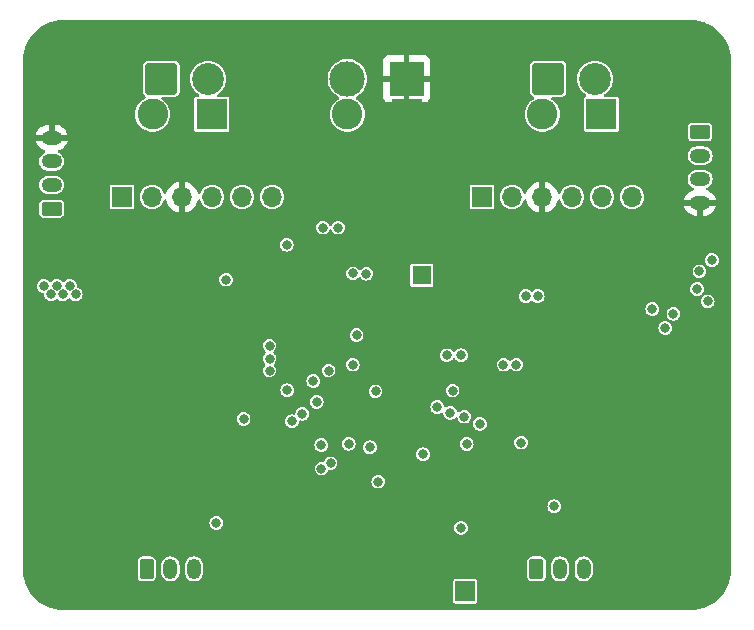
<source format=gbr>
%TF.GenerationSoftware,KiCad,Pcbnew,7.0.8*%
%TF.CreationDate,2024-07-05T14:08:20-04:00*%
%TF.ProjectId,motor-driver,6d6f746f-722d-4647-9269-7665722e6b69,rev?*%
%TF.SameCoordinates,Original*%
%TF.FileFunction,Copper,L2,Inr*%
%TF.FilePolarity,Positive*%
%FSLAX46Y46*%
G04 Gerber Fmt 4.6, Leading zero omitted, Abs format (unit mm)*
G04 Created by KiCad (PCBNEW 7.0.8) date 2024-07-05 14:08:20*
%MOMM*%
%LPD*%
G01*
G04 APERTURE LIST*
G04 Aperture macros list*
%AMRoundRect*
0 Rectangle with rounded corners*
0 $1 Rounding radius*
0 $2 $3 $4 $5 $6 $7 $8 $9 X,Y pos of 4 corners*
0 Add a 4 corners polygon primitive as box body*
4,1,4,$2,$3,$4,$5,$6,$7,$8,$9,$2,$3,0*
0 Add four circle primitives for the rounded corners*
1,1,$1+$1,$2,$3*
1,1,$1+$1,$4,$5*
1,1,$1+$1,$6,$7*
1,1,$1+$1,$8,$9*
0 Add four rect primitives between the rounded corners*
20,1,$1+$1,$2,$3,$4,$5,0*
20,1,$1+$1,$4,$5,$6,$7,0*
20,1,$1+$1,$6,$7,$8,$9,0*
20,1,$1+$1,$8,$9,$2,$3,0*%
G04 Aperture macros list end*
%TA.AperFunction,ComponentPad*%
%ADD10C,0.600000*%
%TD*%
%TA.AperFunction,ComponentPad*%
%ADD11RoundRect,0.250000X-0.625000X0.350000X-0.625000X-0.350000X0.625000X-0.350000X0.625000X0.350000X0*%
%TD*%
%TA.AperFunction,ComponentPad*%
%ADD12O,1.750000X1.200000*%
%TD*%
%TA.AperFunction,ComponentPad*%
%ADD13C,0.800000*%
%TD*%
%TA.AperFunction,ComponentPad*%
%ADD14C,6.400000*%
%TD*%
%TA.AperFunction,ComponentPad*%
%ADD15RoundRect,0.250000X-0.350000X-0.625000X0.350000X-0.625000X0.350000X0.625000X-0.350000X0.625000X0*%
%TD*%
%TA.AperFunction,ComponentPad*%
%ADD16O,1.200000X1.750000*%
%TD*%
%TA.AperFunction,ComponentPad*%
%ADD17R,3.000000X3.000000*%
%TD*%
%TA.AperFunction,ComponentPad*%
%ADD18C,3.000000*%
%TD*%
%TA.AperFunction,ComponentPad*%
%ADD19R,1.700000X1.700000*%
%TD*%
%TA.AperFunction,ComponentPad*%
%ADD20O,1.700000X1.700000*%
%TD*%
%TA.AperFunction,ComponentPad*%
%ADD21RoundRect,0.250001X-1.099999X-1.099999X1.099999X-1.099999X1.099999X1.099999X-1.099999X1.099999X0*%
%TD*%
%TA.AperFunction,ComponentPad*%
%ADD22C,2.700000*%
%TD*%
%TA.AperFunction,ComponentPad*%
%ADD23O,0.890000X1.550000*%
%TD*%
%TA.AperFunction,ComponentPad*%
%ADD24O,1.250000X0.950000*%
%TD*%
%TA.AperFunction,ComponentPad*%
%ADD25R,2.600000X2.600000*%
%TD*%
%TA.AperFunction,ComponentPad*%
%ADD26C,2.600000*%
%TD*%
%TA.AperFunction,ComponentPad*%
%ADD27R,1.600000X1.600000*%
%TD*%
%TA.AperFunction,ComponentPad*%
%ADD28C,1.600000*%
%TD*%
%TA.AperFunction,ComponentPad*%
%ADD29RoundRect,0.250000X0.625000X-0.350000X0.625000X0.350000X-0.625000X0.350000X-0.625000X-0.350000X0*%
%TD*%
%TA.AperFunction,ViaPad*%
%ADD30C,0.800000*%
%TD*%
G04 APERTURE END LIST*
D10*
%TO.N,GND*%
%TO.C,U1*%
X132000000Y-110300000D03*
X132000000Y-109100000D03*
X132000000Y-107900000D03*
X132000000Y-106700000D03*
X131000000Y-110300000D03*
X131000000Y-109100000D03*
X131000000Y-107900000D03*
X131000000Y-106700000D03*
X130000000Y-110300000D03*
X130000000Y-109100000D03*
X130000000Y-107900000D03*
X130000000Y-106700000D03*
%TD*%
D11*
%TO.N,/ENC2_B*%
%TO.C,J9*%
X177350000Y-94500000D03*
D12*
%TO.N,/ENC2_A*%
X177350000Y-96500000D03*
%TO.N,+3V3*%
X177350000Y-98500000D03*
%TO.N,GND*%
X177350000Y-100500000D03*
%TD*%
D13*
%TO.N,GND*%
%TO.C,REF\u002A\u002A*%
X174100000Y-131500000D03*
X174802944Y-129802944D03*
X174802944Y-133197056D03*
X176500000Y-129100000D03*
D14*
X176500000Y-131500000D03*
X176500000Y-131500000D03*
D13*
X176500000Y-133900000D03*
X178197056Y-129802944D03*
X178197056Y-133197056D03*
X178900000Y-131500000D03*
%TD*%
D10*
%TO.N,GND*%
%TO.C,U2*%
X170000000Y-110300000D03*
X170000000Y-109100000D03*
X170000000Y-107900000D03*
X170000000Y-106700000D03*
X169000000Y-110300000D03*
X169000000Y-109100000D03*
X169000000Y-107900000D03*
X169000000Y-106700000D03*
X168000000Y-110300000D03*
X168000000Y-109100000D03*
X168000000Y-107900000D03*
X168000000Y-106700000D03*
%TD*%
D15*
%TO.N,/TX_BUFFERED*%
%TO.C,J6*%
X163500000Y-131500000D03*
D16*
%TO.N,/RX*%
X165500000Y-131500000D03*
%TO.N,Net-(J6-Pin_3)*%
X167500000Y-131500000D03*
%TO.N,GND*%
X169500000Y-131500000D03*
%TD*%
D17*
%TO.N,GND*%
%TO.C,J12*%
X152500000Y-90000000D03*
D18*
%TO.N,VBUS*%
X147500000Y-90000000D03*
%TD*%
D13*
%TO.N,GND*%
%TO.C,REF\u002A\u002A*%
X174100000Y-88500000D03*
X174802944Y-86802944D03*
X174802944Y-90197056D03*
X176500000Y-86100000D03*
D14*
X176500000Y-88500000D03*
X176500000Y-88500000D03*
D13*
X176500000Y-90900000D03*
X178197056Y-86802944D03*
X178197056Y-90197056D03*
X178900000Y-88500000D03*
%TD*%
D19*
%TO.N,/M1B*%
%TO.C,J4*%
X128410000Y-100000000D03*
D20*
%TO.N,/ENC1_A*%
X130950000Y-100000000D03*
%TO.N,GND*%
X133490000Y-100000000D03*
%TO.N,+3V3*%
X136030000Y-100000000D03*
%TO.N,/ENC1_B*%
X138570000Y-100000000D03*
%TO.N,/M1A*%
X141110000Y-100000000D03*
%TD*%
D19*
%TO.N,/M2B*%
%TO.C,J5*%
X158890000Y-100000000D03*
D20*
%TO.N,/ENC2_A*%
X161430000Y-100000000D03*
%TO.N,GND*%
X163970000Y-100000000D03*
%TO.N,+3V3*%
X166510000Y-100000000D03*
%TO.N,/ENC2_B*%
X169050000Y-100000000D03*
%TO.N,/M2A*%
X171590000Y-100000000D03*
%TD*%
D21*
%TO.N,/M2B*%
%TO.C,J11*%
X164500000Y-90000000D03*
D22*
%TO.N,/M2A*%
X168460000Y-90000000D03*
%TD*%
D23*
%TO.N,GND*%
%TO.C,J14*%
X146500000Y-133633000D03*
D24*
X147500000Y-130933000D03*
X152500000Y-130933000D03*
D23*
X153500000Y-133633000D03*
%TD*%
D13*
%TO.N,GND*%
%TO.C,REF\u002A\u002A*%
X121100000Y-131500000D03*
X121802944Y-129802944D03*
X121802944Y-133197056D03*
X123500000Y-129100000D03*
D14*
X123500000Y-131500000D03*
X123500000Y-131500000D03*
D13*
X123500000Y-133900000D03*
X125197056Y-129802944D03*
X125197056Y-133197056D03*
X125900000Y-131500000D03*
%TD*%
D25*
%TO.N,GND*%
%TO.C,J3*%
X152500000Y-93000000D03*
D26*
%TO.N,VBUS*%
X147500000Y-93000000D03*
%TD*%
D19*
%TO.N,/~{USB_BOOT}*%
%TO.C,J13*%
X157475000Y-133400000D03*
%TD*%
D25*
%TO.N,/M2A*%
%TO.C,J2*%
X169000000Y-93000000D03*
D26*
%TO.N,/M2B*%
X164000000Y-93000000D03*
%TD*%
D21*
%TO.N,/M1B*%
%TO.C,J10*%
X131750000Y-90000000D03*
D22*
%TO.N,/M1A*%
X135710000Y-90000000D03*
%TD*%
D13*
%TO.N,GND*%
%TO.C,REF\u002A\u002A*%
X121100000Y-88500000D03*
X121802944Y-86802944D03*
X121802944Y-90197056D03*
X123500000Y-86100000D03*
D14*
X123500000Y-88500000D03*
X123500000Y-88500000D03*
D13*
X123500000Y-90900000D03*
X125197056Y-86802944D03*
X125197056Y-90197056D03*
X125900000Y-88500000D03*
%TD*%
D25*
%TO.N,/M1A*%
%TO.C,J1*%
X136000000Y-93000008D03*
D26*
%TO.N,/M1B*%
X131000000Y-93000008D03*
%TD*%
D27*
%TO.N,VCC*%
%TO.C,C1*%
X153800000Y-106652651D03*
D28*
%TO.N,GND*%
X153800000Y-103152651D03*
%TD*%
D15*
%TO.N,/TX_BUFFERED*%
%TO.C,J7*%
X130500000Y-131500000D03*
D16*
%TO.N,/RX*%
X132500000Y-131500000D03*
%TO.N,Net-(J7-Pin_3)*%
X134500000Y-131500000D03*
%TO.N,GND*%
X136500000Y-131500000D03*
%TD*%
D29*
%TO.N,/ENC1_B*%
%TO.C,J8*%
X122450000Y-101000000D03*
D12*
%TO.N,/ENC1_A*%
X122450000Y-99000000D03*
%TO.N,+3V3*%
X122450000Y-97000000D03*
%TO.N,GND*%
X122450000Y-95000000D03*
%TD*%
D10*
%TO.N,GND*%
%TO.C,U5*%
X151021000Y-120019000D03*
X151021000Y-118744000D03*
X151021000Y-117469000D03*
X149746000Y-120019000D03*
X149746000Y-118744000D03*
X149746000Y-117469000D03*
X148471000Y-120019000D03*
X148471000Y-118744000D03*
X148471000Y-117469000D03*
%TD*%
D30*
%TO.N,VCC*%
X146700000Y-102600000D03*
X145400000Y-102600000D03*
%TO.N,GND*%
X129680000Y-124840000D03*
X134760000Y-119760000D03*
X127140000Y-117220000D03*
X172860000Y-122300000D03*
X124600000Y-114680000D03*
X129680000Y-114680000D03*
X124600000Y-119760000D03*
X127140000Y-124840000D03*
X167780000Y-117220000D03*
X141831300Y-117700000D03*
X134760000Y-124840000D03*
X175400000Y-117220000D03*
X175400000Y-119760000D03*
X172860000Y-114680000D03*
X143805000Y-124800000D03*
X137500000Y-102100000D03*
X132220000Y-114680000D03*
X132220000Y-122300000D03*
X170320000Y-122300000D03*
X167780000Y-119760000D03*
X172860000Y-119760000D03*
X160287000Y-123951000D03*
X170320000Y-114680000D03*
X157100000Y-115666200D03*
X165240000Y-119760000D03*
X167780000Y-122300000D03*
X127140000Y-119760000D03*
X165240000Y-122300000D03*
X167780000Y-114680000D03*
X175400000Y-114680000D03*
X170320000Y-119760000D03*
X124600000Y-122300000D03*
X143500000Y-110400000D03*
X124600000Y-117220000D03*
X124600000Y-124840000D03*
X156223000Y-121622700D03*
X172860000Y-117220000D03*
X170320000Y-117220000D03*
X127140000Y-122300000D03*
X156000000Y-109850000D03*
X165240000Y-117220000D03*
X127140000Y-114680000D03*
X132220000Y-124840000D03*
X175400000Y-122300000D03*
X143500000Y-108400000D03*
X129680000Y-117220000D03*
X143500000Y-109400000D03*
X165240000Y-114680000D03*
X170320000Y-124840000D03*
X167780000Y-124840000D03*
X132220000Y-119760000D03*
X134760000Y-114680000D03*
X134760000Y-122300000D03*
X129680000Y-119760000D03*
X175400000Y-124840000D03*
X129680000Y-122300000D03*
X132220000Y-117220000D03*
X134760000Y-117220000D03*
X172860000Y-124840000D03*
%TO.N,VCC*%
X147968000Y-106480000D03*
X124500000Y-108250000D03*
X122900000Y-107550000D03*
X122400000Y-108250000D03*
X149100000Y-106500000D03*
X124000000Y-107550000D03*
X123400000Y-108250000D03*
X121800000Y-107550000D03*
X163600000Y-108400000D03*
X162600000Y-108400000D03*
%TO.N,+3V3*%
X162200000Y-120800000D03*
X140900000Y-114700000D03*
X146063000Y-122554000D03*
X144893234Y-117357494D03*
X153900000Y-121800000D03*
X178000000Y-108850000D03*
X157112000Y-113410000D03*
X149400000Y-121200000D03*
X149873000Y-116458000D03*
X157112000Y-128015000D03*
X136400000Y-127600000D03*
X140900000Y-112600000D03*
X140900000Y-113700000D03*
X156400000Y-116400000D03*
X145300000Y-123000000D03*
X165000000Y-126200000D03*
X145900000Y-114700000D03*
%TO.N,/M2_DIR*%
X175100000Y-109900000D03*
X157403427Y-118605405D03*
%TO.N,/M2_PWM*%
X174400000Y-111100000D03*
X161800000Y-114200000D03*
%TO.N,/ENC1_A*%
X142400000Y-116367500D03*
%TO.N,/ENC1_B*%
X144600000Y-115600000D03*
%TO.N,/ENC2_B*%
X156200000Y-118277800D03*
%TO.N,/ENC2_A*%
X155100000Y-117800000D03*
%TO.N,/M2_FLAG*%
X177100000Y-107800000D03*
X158714880Y-119214880D03*
%TO.N,+1V1*%
X150100000Y-124100000D03*
X147600000Y-120900000D03*
%TO.N,/RUN*%
X155900000Y-113400000D03*
X147950000Y-114200000D03*
%TO.N,/M2_ENABLE*%
X173300000Y-109503900D03*
X160708943Y-114208943D03*
%TO.N,/M1_SENSE*%
X137221100Y-107000000D03*
X138704247Y-118795753D03*
%TO.N,/VREF*%
X142350000Y-104050000D03*
X178350000Y-105350000D03*
%TO.N,/M2_SENSE*%
X145271788Y-121012617D03*
X148272742Y-111700000D03*
X177300000Y-106300000D03*
%TO.N,/RX*%
X157600000Y-120909200D03*
%TO.N,Net-(JP3-B)*%
X142800000Y-119000000D03*
%TO.N,Net-(JP4-B)*%
X143672146Y-118359241D03*
%TD*%
%TA.AperFunction,Conductor*%
%TO.N,GND*%
G36*
X176501513Y-85000575D02*
G01*
X176567131Y-85003797D01*
X176652481Y-85007990D01*
X176846607Y-85018164D01*
X176852409Y-85018745D01*
X177021733Y-85043862D01*
X177197594Y-85071716D01*
X177202929Y-85072804D01*
X177372209Y-85115206D01*
X177541341Y-85160525D01*
X177546122Y-85162018D01*
X177711894Y-85221332D01*
X177874263Y-85283660D01*
X177878543Y-85285492D01*
X177964073Y-85325944D01*
X178038476Y-85361134D01*
X178192992Y-85439864D01*
X178196720Y-85441928D01*
X178348967Y-85533180D01*
X178494262Y-85627537D01*
X178497428Y-85629736D01*
X178640323Y-85735714D01*
X178774975Y-85844752D01*
X178777594Y-85846997D01*
X178908517Y-85965658D01*
X178910721Y-85967757D01*
X179032241Y-86089277D01*
X179034340Y-86091481D01*
X179153001Y-86222404D01*
X179155246Y-86225023D01*
X179264285Y-86359676D01*
X179370262Y-86502570D01*
X179372461Y-86505736D01*
X179466822Y-86651038D01*
X179558070Y-86803278D01*
X179560133Y-86807006D01*
X179638868Y-86961529D01*
X179714506Y-87121455D01*
X179716342Y-87125746D01*
X179778672Y-87288120D01*
X179789827Y-87319295D01*
X179837970Y-87453847D01*
X179839479Y-87458678D01*
X179884793Y-87627790D01*
X179927191Y-87797056D01*
X179928286Y-87802424D01*
X179956145Y-87978317D01*
X179981250Y-88147560D01*
X179981836Y-88153416D01*
X179992011Y-88347561D01*
X179999425Y-88498488D01*
X179999500Y-88501530D01*
X179999500Y-131498469D01*
X179999425Y-131501511D01*
X179992011Y-131652438D01*
X179981836Y-131846582D01*
X179981250Y-131852438D01*
X179956145Y-132021682D01*
X179928286Y-132197574D01*
X179927191Y-132202942D01*
X179884793Y-132372209D01*
X179839479Y-132541320D01*
X179837967Y-132546163D01*
X179778672Y-132711879D01*
X179716342Y-132874252D01*
X179714507Y-132878543D01*
X179638868Y-133038470D01*
X179560133Y-133192992D01*
X179558070Y-133196720D01*
X179466822Y-133348961D01*
X179372461Y-133494262D01*
X179370262Y-133497428D01*
X179264285Y-133640323D01*
X179155245Y-133774975D01*
X179153001Y-133777594D01*
X179034340Y-133908517D01*
X179032241Y-133910721D01*
X178910721Y-134032241D01*
X178908517Y-134034340D01*
X178777594Y-134153001D01*
X178774975Y-134155245D01*
X178640323Y-134264285D01*
X178497428Y-134370262D01*
X178494262Y-134372461D01*
X178348961Y-134466822D01*
X178196720Y-134558070D01*
X178192992Y-134560133D01*
X178038470Y-134638868D01*
X177878543Y-134714507D01*
X177874252Y-134716342D01*
X177711879Y-134778672D01*
X177546163Y-134837967D01*
X177541320Y-134839479D01*
X177372209Y-134884793D01*
X177202942Y-134927191D01*
X177197574Y-134928286D01*
X177021682Y-134956145D01*
X176852438Y-134981250D01*
X176846582Y-134981836D01*
X176652438Y-134992011D01*
X176501513Y-134999425D01*
X176498470Y-134999500D01*
X123501530Y-134999500D01*
X123498488Y-134999425D01*
X123347561Y-134992011D01*
X123153416Y-134981836D01*
X123147560Y-134981250D01*
X122978317Y-134956145D01*
X122802424Y-134928286D01*
X122797056Y-134927191D01*
X122627790Y-134884793D01*
X122458678Y-134839479D01*
X122453847Y-134837970D01*
X122347307Y-134799850D01*
X122288120Y-134778672D01*
X122125746Y-134716342D01*
X122121455Y-134714506D01*
X121961529Y-134638868D01*
X121807006Y-134560133D01*
X121803278Y-134558070D01*
X121651038Y-134466822D01*
X121505736Y-134372461D01*
X121502570Y-134370262D01*
X121364089Y-134267558D01*
X156446700Y-134267558D01*
X156456140Y-134315019D01*
X156457045Y-134319569D01*
X156496453Y-134378547D01*
X156555431Y-134417955D01*
X156555432Y-134417955D01*
X156555433Y-134417956D01*
X156586578Y-134424150D01*
X156607439Y-134428300D01*
X158342560Y-134428299D01*
X158394569Y-134417955D01*
X158453547Y-134378547D01*
X158492955Y-134319569D01*
X158503300Y-134267561D01*
X158503299Y-132532440D01*
X158492955Y-132480431D01*
X158453547Y-132421453D01*
X158394569Y-132382045D01*
X158394568Y-132382044D01*
X158394567Y-132382044D01*
X158394566Y-132382043D01*
X158342563Y-132371700D01*
X156607441Y-132371700D01*
X156555430Y-132382045D01*
X156516022Y-132408377D01*
X156496455Y-132421452D01*
X156496452Y-132421454D01*
X156457044Y-132480432D01*
X156457043Y-132480433D01*
X156446700Y-132532434D01*
X156446700Y-134267558D01*
X121364089Y-134267558D01*
X121359676Y-134264285D01*
X121225023Y-134155246D01*
X121222404Y-134153001D01*
X121091481Y-134034340D01*
X121089277Y-134032241D01*
X120967757Y-133910721D01*
X120965658Y-133908517D01*
X120846997Y-133777594D01*
X120844752Y-133774975D01*
X120735714Y-133640323D01*
X120629736Y-133497428D01*
X120627537Y-133494262D01*
X120533177Y-133348961D01*
X120441928Y-133196720D01*
X120439864Y-133192992D01*
X120361131Y-133038470D01*
X120285492Y-132878543D01*
X120283656Y-132874252D01*
X120221327Y-132711879D01*
X120162018Y-132546122D01*
X120160525Y-132541341D01*
X120115206Y-132372209D01*
X120072804Y-132202929D01*
X120071716Y-132197594D01*
X120068389Y-132176590D01*
X129721700Y-132176590D01*
X129724412Y-132205520D01*
X129724412Y-132205522D01*
X129724413Y-132205525D01*
X129767056Y-132327392D01*
X129843725Y-132431275D01*
X129947608Y-132507944D01*
X129970205Y-132515851D01*
X130069467Y-132550585D01*
X130069471Y-132550585D01*
X130069475Y-132550587D01*
X130098407Y-132553300D01*
X130901592Y-132553299D01*
X130930525Y-132550587D01*
X131052392Y-132507944D01*
X131156275Y-132431275D01*
X131232944Y-132327392D01*
X131275587Y-132205525D01*
X131278300Y-132176593D01*
X131278300Y-131818717D01*
X131721700Y-131818717D01*
X131736410Y-131949278D01*
X131794338Y-132114828D01*
X131849704Y-132202942D01*
X131887650Y-132263333D01*
X132011667Y-132387350D01*
X132160171Y-132480661D01*
X132325716Y-132538588D01*
X132325719Y-132538588D01*
X132325721Y-132538589D01*
X132499996Y-132558225D01*
X132500000Y-132558225D01*
X132500004Y-132558225D01*
X132674278Y-132538589D01*
X132674279Y-132538588D01*
X132674284Y-132538588D01*
X132839829Y-132480661D01*
X132988333Y-132387350D01*
X133112350Y-132263333D01*
X133205661Y-132114829D01*
X133263588Y-131949284D01*
X133278299Y-131818717D01*
X133721700Y-131818717D01*
X133736410Y-131949278D01*
X133794338Y-132114828D01*
X133849704Y-132202942D01*
X133887650Y-132263333D01*
X134011667Y-132387350D01*
X134160171Y-132480661D01*
X134325716Y-132538588D01*
X134325719Y-132538588D01*
X134325721Y-132538589D01*
X134499996Y-132558225D01*
X134500000Y-132558225D01*
X134500004Y-132558225D01*
X134674278Y-132538589D01*
X134674279Y-132538588D01*
X134674284Y-132538588D01*
X134839829Y-132480661D01*
X134988333Y-132387350D01*
X135112350Y-132263333D01*
X135166854Y-132176590D01*
X162721700Y-132176590D01*
X162724412Y-132205520D01*
X162724412Y-132205522D01*
X162724413Y-132205525D01*
X162767056Y-132327392D01*
X162843725Y-132431275D01*
X162947608Y-132507944D01*
X162970205Y-132515851D01*
X163069467Y-132550585D01*
X163069471Y-132550585D01*
X163069475Y-132550587D01*
X163098407Y-132553300D01*
X163901592Y-132553299D01*
X163930525Y-132550587D01*
X164052392Y-132507944D01*
X164156275Y-132431275D01*
X164232944Y-132327392D01*
X164275587Y-132205525D01*
X164278300Y-132176593D01*
X164278300Y-131818717D01*
X164721700Y-131818717D01*
X164736410Y-131949278D01*
X164794338Y-132114828D01*
X164849704Y-132202942D01*
X164887650Y-132263333D01*
X165011667Y-132387350D01*
X165160171Y-132480661D01*
X165325716Y-132538588D01*
X165325719Y-132538588D01*
X165325721Y-132538589D01*
X165499996Y-132558225D01*
X165500000Y-132558225D01*
X165500004Y-132558225D01*
X165674278Y-132538589D01*
X165674279Y-132538588D01*
X165674284Y-132538588D01*
X165839829Y-132480661D01*
X165988333Y-132387350D01*
X166112350Y-132263333D01*
X166205661Y-132114829D01*
X166263588Y-131949284D01*
X166278299Y-131818717D01*
X166721700Y-131818717D01*
X166736410Y-131949278D01*
X166794338Y-132114828D01*
X166849704Y-132202942D01*
X166887650Y-132263333D01*
X167011667Y-132387350D01*
X167160171Y-132480661D01*
X167325716Y-132538588D01*
X167325719Y-132538588D01*
X167325721Y-132538589D01*
X167499996Y-132558225D01*
X167500000Y-132558225D01*
X167500004Y-132558225D01*
X167674278Y-132538589D01*
X167674279Y-132538588D01*
X167674284Y-132538588D01*
X167839829Y-132480661D01*
X167988333Y-132387350D01*
X168112350Y-132263333D01*
X168205661Y-132114829D01*
X168263588Y-131949284D01*
X168278300Y-131818711D01*
X168278300Y-131181289D01*
X168263588Y-131050716D01*
X168205661Y-130885171D01*
X168112350Y-130736667D01*
X167988333Y-130612650D01*
X167918427Y-130568725D01*
X167839828Y-130519338D01*
X167674278Y-130461410D01*
X167500004Y-130441775D01*
X167499996Y-130441775D01*
X167325721Y-130461410D01*
X167160171Y-130519338D01*
X167011666Y-130612650D01*
X166887650Y-130736666D01*
X166794338Y-130885171D01*
X166736410Y-131050721D01*
X166721700Y-131181282D01*
X166721700Y-131818717D01*
X166278299Y-131818717D01*
X166278300Y-131818711D01*
X166278300Y-131181289D01*
X166263588Y-131050716D01*
X166205661Y-130885171D01*
X166112350Y-130736667D01*
X165988333Y-130612650D01*
X165918427Y-130568725D01*
X165839828Y-130519338D01*
X165674278Y-130461410D01*
X165500004Y-130441775D01*
X165499996Y-130441775D01*
X165325721Y-130461410D01*
X165160171Y-130519338D01*
X165011666Y-130612650D01*
X164887650Y-130736666D01*
X164794338Y-130885171D01*
X164736410Y-131050721D01*
X164721700Y-131181282D01*
X164721700Y-131818717D01*
X164278300Y-131818717D01*
X164278299Y-130823408D01*
X164275587Y-130794475D01*
X164232944Y-130672608D01*
X164156275Y-130568725D01*
X164052392Y-130492056D01*
X164052390Y-130492055D01*
X163930532Y-130449414D01*
X163930520Y-130449412D01*
X163901597Y-130446700D01*
X163098409Y-130446700D01*
X163069479Y-130449412D01*
X163069476Y-130449412D01*
X163069475Y-130449413D01*
X162947608Y-130492056D01*
X162947607Y-130492056D01*
X162947606Y-130492057D01*
X162843725Y-130568725D01*
X162767055Y-130672609D01*
X162724414Y-130794467D01*
X162724412Y-130794479D01*
X162721700Y-130823402D01*
X162721700Y-132176590D01*
X135166854Y-132176590D01*
X135205661Y-132114829D01*
X135263588Y-131949284D01*
X135278300Y-131818711D01*
X135278300Y-131181289D01*
X135263588Y-131050716D01*
X135205661Y-130885171D01*
X135112350Y-130736667D01*
X134988333Y-130612650D01*
X134918427Y-130568725D01*
X134839828Y-130519338D01*
X134674278Y-130461410D01*
X134500004Y-130441775D01*
X134499996Y-130441775D01*
X134325721Y-130461410D01*
X134160171Y-130519338D01*
X134011666Y-130612650D01*
X133887650Y-130736666D01*
X133794338Y-130885171D01*
X133736410Y-131050721D01*
X133721700Y-131181282D01*
X133721700Y-131818717D01*
X133278299Y-131818717D01*
X133278300Y-131818711D01*
X133278300Y-131181289D01*
X133263588Y-131050716D01*
X133205661Y-130885171D01*
X133112350Y-130736667D01*
X132988333Y-130612650D01*
X132918427Y-130568725D01*
X132839828Y-130519338D01*
X132674278Y-130461410D01*
X132500004Y-130441775D01*
X132499996Y-130441775D01*
X132325721Y-130461410D01*
X132160171Y-130519338D01*
X132011666Y-130612650D01*
X131887650Y-130736666D01*
X131794338Y-130885171D01*
X131736410Y-131050721D01*
X131721700Y-131181282D01*
X131721700Y-131818717D01*
X131278300Y-131818717D01*
X131278299Y-130823408D01*
X131275587Y-130794475D01*
X131232944Y-130672608D01*
X131156275Y-130568725D01*
X131052392Y-130492056D01*
X131052390Y-130492055D01*
X130930532Y-130449414D01*
X130930520Y-130449412D01*
X130901597Y-130446700D01*
X130098409Y-130446700D01*
X130069479Y-130449412D01*
X130069476Y-130449412D01*
X130069475Y-130449413D01*
X129947608Y-130492056D01*
X129947607Y-130492056D01*
X129947606Y-130492057D01*
X129843725Y-130568725D01*
X129767055Y-130672609D01*
X129724414Y-130794467D01*
X129724412Y-130794479D01*
X129721700Y-130823402D01*
X129721700Y-132176590D01*
X120068389Y-132176590D01*
X120043854Y-132021682D01*
X120018745Y-131852409D01*
X120018164Y-131846607D01*
X120007989Y-131652438D01*
X120003797Y-131567131D01*
X120000575Y-131501513D01*
X120000500Y-131498471D01*
X120000500Y-127600001D01*
X135816710Y-127600001D01*
X135836584Y-127750965D01*
X135836586Y-127750970D01*
X135894853Y-127891640D01*
X135894856Y-127891646D01*
X135987551Y-128012447D01*
X135987552Y-128012448D01*
X136108353Y-128105143D01*
X136108359Y-128105146D01*
X136178694Y-128134279D01*
X136249033Y-128163415D01*
X136324516Y-128173352D01*
X136399999Y-128183290D01*
X136400000Y-128183290D01*
X136400001Y-128183290D01*
X136450322Y-128176665D01*
X136550967Y-128163415D01*
X136691645Y-128105144D01*
X136809121Y-128015001D01*
X156528710Y-128015001D01*
X156548584Y-128165965D01*
X156548586Y-128165970D01*
X156606853Y-128306640D01*
X156606856Y-128306646D01*
X156699551Y-128427447D01*
X156699552Y-128427448D01*
X156820353Y-128520143D01*
X156820359Y-128520146D01*
X156890694Y-128549279D01*
X156961033Y-128578415D01*
X157036516Y-128588352D01*
X157111999Y-128598290D01*
X157112000Y-128598290D01*
X157112001Y-128598290D01*
X157162322Y-128591665D01*
X157262967Y-128578415D01*
X157403645Y-128520144D01*
X157524448Y-128427448D01*
X157617144Y-128306645D01*
X157675415Y-128165967D01*
X157695290Y-128015000D01*
X157675415Y-127864033D01*
X157628583Y-127750970D01*
X157617146Y-127723359D01*
X157617143Y-127723353D01*
X157524448Y-127602552D01*
X157524447Y-127602551D01*
X157403646Y-127509856D01*
X157403640Y-127509853D01*
X157262970Y-127451586D01*
X157262965Y-127451584D01*
X157112001Y-127431710D01*
X157111999Y-127431710D01*
X156961034Y-127451584D01*
X156961029Y-127451586D01*
X156820359Y-127509853D01*
X156820353Y-127509856D01*
X156699552Y-127602551D01*
X156699551Y-127602552D01*
X156606856Y-127723353D01*
X156606853Y-127723359D01*
X156548586Y-127864029D01*
X156548584Y-127864034D01*
X156528710Y-128014998D01*
X156528710Y-128015001D01*
X136809121Y-128015001D01*
X136812448Y-128012448D01*
X136905144Y-127891645D01*
X136963415Y-127750967D01*
X136983290Y-127600000D01*
X136963415Y-127449033D01*
X136905144Y-127308355D01*
X136905143Y-127308353D01*
X136812448Y-127187552D01*
X136812447Y-127187551D01*
X136691646Y-127094856D01*
X136691640Y-127094853D01*
X136550970Y-127036586D01*
X136550965Y-127036584D01*
X136400001Y-127016710D01*
X136399999Y-127016710D01*
X136249034Y-127036584D01*
X136249029Y-127036586D01*
X136108359Y-127094853D01*
X136108353Y-127094856D01*
X135987552Y-127187551D01*
X135987551Y-127187552D01*
X135894856Y-127308353D01*
X135894853Y-127308359D01*
X135836586Y-127449029D01*
X135836584Y-127449034D01*
X135816710Y-127599998D01*
X135816710Y-127600001D01*
X120000500Y-127600001D01*
X120000500Y-126200001D01*
X164416710Y-126200001D01*
X164436584Y-126350965D01*
X164436586Y-126350970D01*
X164494853Y-126491640D01*
X164494856Y-126491646D01*
X164587551Y-126612447D01*
X164587552Y-126612448D01*
X164708353Y-126705143D01*
X164708359Y-126705146D01*
X164778694Y-126734279D01*
X164849033Y-126763415D01*
X164924516Y-126773352D01*
X164999999Y-126783290D01*
X165000000Y-126783290D01*
X165000001Y-126783290D01*
X165050322Y-126776665D01*
X165150967Y-126763415D01*
X165291645Y-126705144D01*
X165412448Y-126612448D01*
X165505144Y-126491645D01*
X165563415Y-126350967D01*
X165583290Y-126200000D01*
X165563415Y-126049033D01*
X165505144Y-125908355D01*
X165505143Y-125908353D01*
X165412448Y-125787552D01*
X165412447Y-125787551D01*
X165291646Y-125694856D01*
X165291640Y-125694853D01*
X165150970Y-125636586D01*
X165150965Y-125636584D01*
X165000001Y-125616710D01*
X164999999Y-125616710D01*
X164849034Y-125636584D01*
X164849029Y-125636586D01*
X164708359Y-125694853D01*
X164708353Y-125694856D01*
X164587552Y-125787551D01*
X164587551Y-125787552D01*
X164494856Y-125908353D01*
X164494853Y-125908359D01*
X164436586Y-126049029D01*
X164436584Y-126049034D01*
X164416710Y-126199998D01*
X164416710Y-126200001D01*
X120000500Y-126200001D01*
X120000500Y-124100001D01*
X149516710Y-124100001D01*
X149536584Y-124250965D01*
X149536586Y-124250970D01*
X149594853Y-124391640D01*
X149594856Y-124391646D01*
X149687551Y-124512447D01*
X149687552Y-124512448D01*
X149808353Y-124605143D01*
X149808359Y-124605146D01*
X149878694Y-124634279D01*
X149949033Y-124663415D01*
X150024516Y-124673352D01*
X150099999Y-124683290D01*
X150100000Y-124683290D01*
X150100001Y-124683290D01*
X150150322Y-124676665D01*
X150250967Y-124663415D01*
X150391645Y-124605144D01*
X150512448Y-124512448D01*
X150605144Y-124391645D01*
X150663415Y-124250967D01*
X150683290Y-124100000D01*
X150663415Y-123949033D01*
X150605144Y-123808355D01*
X150605143Y-123808353D01*
X150512448Y-123687552D01*
X150512447Y-123687551D01*
X150391646Y-123594856D01*
X150391640Y-123594853D01*
X150250970Y-123536586D01*
X150250965Y-123536584D01*
X150100001Y-123516710D01*
X150099999Y-123516710D01*
X149949034Y-123536584D01*
X149949029Y-123536586D01*
X149808359Y-123594853D01*
X149808353Y-123594856D01*
X149687552Y-123687551D01*
X149687551Y-123687552D01*
X149594856Y-123808353D01*
X149594853Y-123808359D01*
X149536586Y-123949029D01*
X149536584Y-123949034D01*
X149516710Y-124099998D01*
X149516710Y-124100001D01*
X120000500Y-124100001D01*
X120000500Y-123000001D01*
X144716710Y-123000001D01*
X144736584Y-123150965D01*
X144736586Y-123150970D01*
X144794853Y-123291640D01*
X144794856Y-123291646D01*
X144887551Y-123412447D01*
X144887552Y-123412448D01*
X145008353Y-123505143D01*
X145008359Y-123505146D01*
X145078694Y-123534279D01*
X145149033Y-123563415D01*
X145224516Y-123573352D01*
X145299999Y-123583290D01*
X145300000Y-123583290D01*
X145300001Y-123583290D01*
X145350322Y-123576665D01*
X145450967Y-123563415D01*
X145591645Y-123505144D01*
X145712448Y-123412448D01*
X145805144Y-123291645D01*
X145842696Y-123200985D01*
X145886536Y-123146582D01*
X145952830Y-123124517D01*
X145973434Y-123125498D01*
X146063000Y-123137290D01*
X146063001Y-123137290D01*
X146160021Y-123124517D01*
X146213967Y-123117415D01*
X146354645Y-123059144D01*
X146475448Y-122966448D01*
X146568144Y-122845645D01*
X146626415Y-122704967D01*
X146646290Y-122554000D01*
X146626415Y-122403033D01*
X146585868Y-122305144D01*
X146568146Y-122262359D01*
X146568143Y-122262353D01*
X146475448Y-122141552D01*
X146475447Y-122141551D01*
X146354646Y-122048856D01*
X146354640Y-122048853D01*
X146213970Y-121990586D01*
X146213965Y-121990584D01*
X146063001Y-121970710D01*
X146062999Y-121970710D01*
X145912034Y-121990584D01*
X145912029Y-121990586D01*
X145771359Y-122048853D01*
X145771353Y-122048856D01*
X145650552Y-122141551D01*
X145650551Y-122141552D01*
X145557856Y-122262353D01*
X145557854Y-122262357D01*
X145520303Y-122353014D01*
X145476462Y-122407417D01*
X145410167Y-122429482D01*
X145389557Y-122428500D01*
X145300001Y-122416710D01*
X145299999Y-122416710D01*
X145149034Y-122436584D01*
X145149029Y-122436586D01*
X145008359Y-122494853D01*
X145008353Y-122494856D01*
X144887552Y-122587551D01*
X144887551Y-122587552D01*
X144794856Y-122708353D01*
X144794853Y-122708359D01*
X144736586Y-122849029D01*
X144736584Y-122849034D01*
X144716710Y-122999998D01*
X144716710Y-123000001D01*
X120000500Y-123000001D01*
X120000500Y-121800001D01*
X153316710Y-121800001D01*
X153336584Y-121950965D01*
X153336586Y-121950970D01*
X153394853Y-122091640D01*
X153394856Y-122091646D01*
X153487551Y-122212447D01*
X153487552Y-122212448D01*
X153608353Y-122305143D01*
X153608359Y-122305146D01*
X153678694Y-122334279D01*
X153749033Y-122363415D01*
X153824516Y-122373352D01*
X153899999Y-122383290D01*
X153900000Y-122383290D01*
X153900001Y-122383290D01*
X153950322Y-122376665D01*
X154050967Y-122363415D01*
X154191645Y-122305144D01*
X154312448Y-122212448D01*
X154405144Y-122091645D01*
X154463415Y-121950967D01*
X154483290Y-121800000D01*
X154463415Y-121649033D01*
X154405144Y-121508355D01*
X154405143Y-121508353D01*
X154312448Y-121387552D01*
X154312447Y-121387551D01*
X154191646Y-121294856D01*
X154191640Y-121294853D01*
X154050970Y-121236586D01*
X154050965Y-121236584D01*
X153900001Y-121216710D01*
X153899999Y-121216710D01*
X153749034Y-121236584D01*
X153749029Y-121236586D01*
X153608359Y-121294853D01*
X153608353Y-121294856D01*
X153487552Y-121387551D01*
X153487551Y-121387552D01*
X153394856Y-121508353D01*
X153394853Y-121508359D01*
X153336586Y-121649029D01*
X153336584Y-121649034D01*
X153316710Y-121799998D01*
X153316710Y-121800001D01*
X120000500Y-121800001D01*
X120000500Y-121012618D01*
X144688498Y-121012618D01*
X144708372Y-121163582D01*
X144708374Y-121163587D01*
X144766641Y-121304257D01*
X144766644Y-121304263D01*
X144859339Y-121425064D01*
X144859340Y-121425065D01*
X144980141Y-121517760D01*
X144980147Y-121517763D01*
X145050482Y-121546896D01*
X145120821Y-121576032D01*
X145196304Y-121585969D01*
X145271787Y-121595907D01*
X145271788Y-121595907D01*
X145271789Y-121595907D01*
X145322110Y-121589282D01*
X145422755Y-121576032D01*
X145563433Y-121517761D01*
X145684236Y-121425065D01*
X145776932Y-121304262D01*
X145835203Y-121163584D01*
X145855078Y-121012617D01*
X145846961Y-120950965D01*
X145840252Y-120900001D01*
X147016710Y-120900001D01*
X147036584Y-121050965D01*
X147036586Y-121050970D01*
X147094853Y-121191640D01*
X147094856Y-121191646D01*
X147187551Y-121312447D01*
X147187552Y-121312448D01*
X147308353Y-121405143D01*
X147308359Y-121405146D01*
X147330570Y-121414346D01*
X147449033Y-121463415D01*
X147518899Y-121472613D01*
X147599999Y-121483290D01*
X147600000Y-121483290D01*
X147600001Y-121483290D01*
X147681085Y-121472615D01*
X147750967Y-121463415D01*
X147891645Y-121405144D01*
X148012448Y-121312448D01*
X148098732Y-121200001D01*
X148816710Y-121200001D01*
X148836584Y-121350965D01*
X148836586Y-121350970D01*
X148894853Y-121491640D01*
X148894856Y-121491646D01*
X148987551Y-121612447D01*
X148987552Y-121612448D01*
X149108353Y-121705143D01*
X149108359Y-121705146D01*
X149178694Y-121734279D01*
X149249033Y-121763415D01*
X149324516Y-121773352D01*
X149399999Y-121783290D01*
X149400000Y-121783290D01*
X149400001Y-121783290D01*
X149450322Y-121776665D01*
X149550967Y-121763415D01*
X149691645Y-121705144D01*
X149812448Y-121612448D01*
X149905144Y-121491645D01*
X149963415Y-121350967D01*
X149983179Y-121200845D01*
X149983290Y-121200001D01*
X149983290Y-121199998D01*
X149964881Y-121060167D01*
X149963415Y-121049033D01*
X149922794Y-120950965D01*
X149905495Y-120909201D01*
X157016710Y-120909201D01*
X157036584Y-121060165D01*
X157036586Y-121060170D01*
X157094853Y-121200840D01*
X157094856Y-121200846D01*
X157187551Y-121321647D01*
X157187552Y-121321648D01*
X157308353Y-121414343D01*
X157308359Y-121414346D01*
X157378694Y-121443479D01*
X157449033Y-121472615D01*
X157524516Y-121482552D01*
X157599999Y-121492490D01*
X157600000Y-121492490D01*
X157600001Y-121492490D01*
X157650322Y-121485865D01*
X157750967Y-121472615D01*
X157891645Y-121414344D01*
X158012448Y-121321648D01*
X158105144Y-121200845D01*
X158163415Y-121060167D01*
X158183290Y-120909200D01*
X158183179Y-120908359D01*
X158168914Y-120800001D01*
X161616710Y-120800001D01*
X161636584Y-120950965D01*
X161636586Y-120950970D01*
X161694853Y-121091640D01*
X161694856Y-121091646D01*
X161787551Y-121212447D01*
X161787552Y-121212448D01*
X161908353Y-121305143D01*
X161908359Y-121305146D01*
X161948199Y-121321648D01*
X162049033Y-121363415D01*
X162124516Y-121373352D01*
X162199999Y-121383290D01*
X162200000Y-121383290D01*
X162200001Y-121383290D01*
X162250322Y-121376665D01*
X162350967Y-121363415D01*
X162491645Y-121305144D01*
X162612448Y-121212448D01*
X162705144Y-121091645D01*
X162763415Y-120950967D01*
X162783290Y-120800000D01*
X162777791Y-120758234D01*
X162763415Y-120649034D01*
X162763413Y-120649029D01*
X162746565Y-120608355D01*
X162705144Y-120508355D01*
X162705143Y-120508353D01*
X162612448Y-120387552D01*
X162612447Y-120387551D01*
X162491646Y-120294856D01*
X162491640Y-120294853D01*
X162350970Y-120236586D01*
X162350965Y-120236584D01*
X162200001Y-120216710D01*
X162199999Y-120216710D01*
X162049034Y-120236584D01*
X162049029Y-120236586D01*
X161908359Y-120294853D01*
X161908353Y-120294856D01*
X161787552Y-120387551D01*
X161787551Y-120387552D01*
X161694856Y-120508353D01*
X161694853Y-120508359D01*
X161636586Y-120649029D01*
X161636584Y-120649034D01*
X161616710Y-120799998D01*
X161616710Y-120800001D01*
X158168914Y-120800001D01*
X158163415Y-120758234D01*
X158163413Y-120758229D01*
X158159604Y-120749034D01*
X158105144Y-120617555D01*
X158105143Y-120617553D01*
X158012448Y-120496752D01*
X158012447Y-120496751D01*
X157891646Y-120404056D01*
X157891640Y-120404053D01*
X157750970Y-120345786D01*
X157750965Y-120345784D01*
X157600001Y-120325910D01*
X157599999Y-120325910D01*
X157449034Y-120345784D01*
X157449029Y-120345786D01*
X157308359Y-120404053D01*
X157308353Y-120404056D01*
X157187552Y-120496751D01*
X157187551Y-120496752D01*
X157094856Y-120617553D01*
X157094853Y-120617559D01*
X157036586Y-120758229D01*
X157036584Y-120758234D01*
X157016710Y-120909198D01*
X157016710Y-120909201D01*
X149905495Y-120909201D01*
X149905146Y-120908359D01*
X149905143Y-120908353D01*
X149812448Y-120787552D01*
X149812447Y-120787551D01*
X149691646Y-120694856D01*
X149691640Y-120694853D01*
X149550970Y-120636586D01*
X149550965Y-120636584D01*
X149400001Y-120616710D01*
X149399999Y-120616710D01*
X149249034Y-120636584D01*
X149249029Y-120636586D01*
X149108359Y-120694853D01*
X149108353Y-120694856D01*
X148987552Y-120787551D01*
X148987551Y-120787552D01*
X148894856Y-120908353D01*
X148894853Y-120908359D01*
X148836586Y-121049029D01*
X148836584Y-121049034D01*
X148816710Y-121199998D01*
X148816710Y-121200001D01*
X148098732Y-121200001D01*
X148105144Y-121191645D01*
X148163415Y-121050967D01*
X148183290Y-120900000D01*
X148163415Y-120749033D01*
X148121994Y-120649034D01*
X148105146Y-120608359D01*
X148105143Y-120608353D01*
X148012448Y-120487552D01*
X148012447Y-120487551D01*
X147891646Y-120394856D01*
X147891640Y-120394853D01*
X147750970Y-120336586D01*
X147750965Y-120336584D01*
X147600001Y-120316710D01*
X147599999Y-120316710D01*
X147449034Y-120336584D01*
X147449029Y-120336586D01*
X147308359Y-120394853D01*
X147308353Y-120394856D01*
X147187552Y-120487551D01*
X147187551Y-120487552D01*
X147094856Y-120608353D01*
X147094853Y-120608359D01*
X147036586Y-120749029D01*
X147036584Y-120749034D01*
X147016710Y-120899998D01*
X147016710Y-120900001D01*
X145840252Y-120900001D01*
X145835203Y-120861651D01*
X145835201Y-120861646D01*
X145776934Y-120720976D01*
X145776931Y-120720970D01*
X145684236Y-120600169D01*
X145684235Y-120600168D01*
X145563434Y-120507473D01*
X145563428Y-120507470D01*
X145422758Y-120449203D01*
X145422753Y-120449201D01*
X145271789Y-120429327D01*
X145271787Y-120429327D01*
X145120822Y-120449201D01*
X145120817Y-120449203D01*
X144980147Y-120507470D01*
X144980141Y-120507473D01*
X144859340Y-120600168D01*
X144859339Y-120600169D01*
X144766644Y-120720970D01*
X144766641Y-120720976D01*
X144708374Y-120861646D01*
X144708372Y-120861651D01*
X144688498Y-121012615D01*
X144688498Y-121012618D01*
X120000500Y-121012618D01*
X120000500Y-118795754D01*
X138120957Y-118795754D01*
X138140831Y-118946718D01*
X138140833Y-118946723D01*
X138199100Y-119087393D01*
X138199103Y-119087399D01*
X138291798Y-119208200D01*
X138291799Y-119208201D01*
X138412600Y-119300896D01*
X138412606Y-119300899D01*
X138482941Y-119330032D01*
X138553280Y-119359168D01*
X138628763Y-119369105D01*
X138704246Y-119379043D01*
X138704247Y-119379043D01*
X138704248Y-119379043D01*
X138754569Y-119372418D01*
X138855214Y-119359168D01*
X138995892Y-119300897D01*
X139116695Y-119208201D01*
X139209391Y-119087398D01*
X139245592Y-119000001D01*
X142216710Y-119000001D01*
X142236584Y-119150965D01*
X142236586Y-119150970D01*
X142294853Y-119291640D01*
X142294856Y-119291646D01*
X142387551Y-119412447D01*
X142387552Y-119412448D01*
X142508353Y-119505143D01*
X142508359Y-119505146D01*
X142511691Y-119506526D01*
X142649033Y-119563415D01*
X142724516Y-119573352D01*
X142799999Y-119583290D01*
X142800000Y-119583290D01*
X142800001Y-119583290D01*
X142850322Y-119576665D01*
X142950967Y-119563415D01*
X143091645Y-119505144D01*
X143212448Y-119412448D01*
X143305144Y-119291645D01*
X143336941Y-119214881D01*
X158131590Y-119214881D01*
X158151464Y-119365845D01*
X158151466Y-119365850D01*
X158209733Y-119506520D01*
X158209736Y-119506526D01*
X158302431Y-119627327D01*
X158302432Y-119627328D01*
X158423233Y-119720023D01*
X158423239Y-119720026D01*
X158493574Y-119749159D01*
X158563913Y-119778295D01*
X158639396Y-119788232D01*
X158714879Y-119798170D01*
X158714880Y-119798170D01*
X158714881Y-119798170D01*
X158765202Y-119791545D01*
X158865847Y-119778295D01*
X159006525Y-119720024D01*
X159127328Y-119627328D01*
X159220024Y-119506525D01*
X159278295Y-119365847D01*
X159298170Y-119214880D01*
X159278295Y-119063913D01*
X159228017Y-118942531D01*
X159220026Y-118923239D01*
X159220023Y-118923233D01*
X159127328Y-118802432D01*
X159127327Y-118802431D01*
X159006526Y-118709736D01*
X159006520Y-118709733D01*
X158865850Y-118651466D01*
X158865845Y-118651464D01*
X158714881Y-118631590D01*
X158714879Y-118631590D01*
X158563914Y-118651464D01*
X158563909Y-118651466D01*
X158423239Y-118709733D01*
X158423233Y-118709736D01*
X158302432Y-118802431D01*
X158302431Y-118802432D01*
X158209736Y-118923233D01*
X158209733Y-118923239D01*
X158151466Y-119063909D01*
X158151464Y-119063914D01*
X158131590Y-119214878D01*
X158131590Y-119214881D01*
X143336941Y-119214881D01*
X143363415Y-119150967D01*
X143379463Y-119029067D01*
X143407729Y-118965171D01*
X143466054Y-118926700D01*
X143518588Y-118922314D01*
X143521175Y-118922654D01*
X143521179Y-118922656D01*
X143672146Y-118942531D01*
X143672147Y-118942531D01*
X143722468Y-118935906D01*
X143823113Y-118922656D01*
X143963791Y-118864385D01*
X144084594Y-118771689D01*
X144177290Y-118650886D01*
X144235561Y-118510208D01*
X144252270Y-118383290D01*
X144255436Y-118359242D01*
X144255436Y-118359239D01*
X144236112Y-118212463D01*
X144235561Y-118208274D01*
X144201825Y-118126829D01*
X144177292Y-118067600D01*
X144177289Y-118067594D01*
X144084594Y-117946793D01*
X144084593Y-117946792D01*
X143963792Y-117854097D01*
X143963786Y-117854094D01*
X143823116Y-117795827D01*
X143823111Y-117795825D01*
X143672147Y-117775951D01*
X143672145Y-117775951D01*
X143521180Y-117795825D01*
X143521175Y-117795827D01*
X143380505Y-117854094D01*
X143380499Y-117854097D01*
X143259698Y-117946792D01*
X143259697Y-117946793D01*
X143167002Y-118067594D01*
X143166999Y-118067600D01*
X143108732Y-118208270D01*
X143108731Y-118208273D01*
X143108731Y-118208274D01*
X143108180Y-118212463D01*
X143092682Y-118330173D01*
X143064415Y-118394070D01*
X143006090Y-118432540D01*
X142953558Y-118436926D01*
X142800001Y-118416710D01*
X142799999Y-118416710D01*
X142649034Y-118436584D01*
X142649029Y-118436586D01*
X142508359Y-118494853D01*
X142508353Y-118494856D01*
X142387552Y-118587551D01*
X142387551Y-118587552D01*
X142294856Y-118708353D01*
X142294853Y-118708359D01*
X142236586Y-118849029D01*
X142236584Y-118849034D01*
X142216710Y-118999998D01*
X142216710Y-119000001D01*
X139245592Y-119000001D01*
X139267662Y-118946720D01*
X139287537Y-118795753D01*
X139282352Y-118756372D01*
X139267662Y-118644787D01*
X139267660Y-118644782D01*
X139266960Y-118643093D01*
X139209391Y-118504108D01*
X139209390Y-118504106D01*
X139116695Y-118383305D01*
X139116694Y-118383304D01*
X138995893Y-118290609D01*
X138995887Y-118290606D01*
X138855217Y-118232339D01*
X138855212Y-118232337D01*
X138704248Y-118212463D01*
X138704246Y-118212463D01*
X138553281Y-118232337D01*
X138553276Y-118232339D01*
X138412606Y-118290606D01*
X138412600Y-118290609D01*
X138291799Y-118383304D01*
X138291798Y-118383305D01*
X138199103Y-118504106D01*
X138199100Y-118504112D01*
X138140833Y-118644782D01*
X138140831Y-118644787D01*
X138120957Y-118795751D01*
X138120957Y-118795754D01*
X120000500Y-118795754D01*
X120000500Y-117357495D01*
X144309944Y-117357495D01*
X144329818Y-117508459D01*
X144329820Y-117508464D01*
X144388087Y-117649134D01*
X144388090Y-117649140D01*
X144480785Y-117769941D01*
X144480786Y-117769942D01*
X144601587Y-117862637D01*
X144601593Y-117862640D01*
X144671928Y-117891773D01*
X144742267Y-117920909D01*
X144817750Y-117930846D01*
X144893233Y-117940784D01*
X144893234Y-117940784D01*
X144893235Y-117940784D01*
X144943556Y-117934159D01*
X145044201Y-117920909D01*
X145184879Y-117862638D01*
X145266509Y-117800001D01*
X154516710Y-117800001D01*
X154536584Y-117950965D01*
X154536586Y-117950970D01*
X154594853Y-118091640D01*
X154594856Y-118091646D01*
X154687551Y-118212447D01*
X154687552Y-118212448D01*
X154808353Y-118305143D01*
X154808359Y-118305146D01*
X154829165Y-118313764D01*
X154949033Y-118363415D01*
X155024516Y-118373352D01*
X155099999Y-118383290D01*
X155100000Y-118383290D01*
X155100001Y-118383290D01*
X155150322Y-118376665D01*
X155250967Y-118363415D01*
X155391645Y-118305144D01*
X155428939Y-118276526D01*
X155494105Y-118251333D01*
X155562550Y-118265370D01*
X155612540Y-118314184D01*
X155627363Y-118358718D01*
X155636584Y-118428765D01*
X155636586Y-118428770D01*
X155694853Y-118569440D01*
X155694856Y-118569446D01*
X155787551Y-118690247D01*
X155787552Y-118690248D01*
X155908353Y-118782943D01*
X155908359Y-118782946D01*
X155955403Y-118802432D01*
X156049033Y-118841215D01*
X156108387Y-118849029D01*
X156199999Y-118861090D01*
X156200000Y-118861090D01*
X156200001Y-118861090D01*
X156272646Y-118851526D01*
X156350967Y-118841215D01*
X156491645Y-118782944D01*
X156612448Y-118690248D01*
X156617014Y-118684296D01*
X156673439Y-118643093D01*
X156743185Y-118638936D01*
X156804107Y-118673147D01*
X156836861Y-118734863D01*
X156838330Y-118743595D01*
X156840012Y-118756370D01*
X156840013Y-118756375D01*
X156898280Y-118897045D01*
X156898283Y-118897051D01*
X156990978Y-119017852D01*
X156990979Y-119017853D01*
X157111780Y-119110548D01*
X157111786Y-119110551D01*
X157182121Y-119139684D01*
X157252460Y-119168820D01*
X157327943Y-119178757D01*
X157403426Y-119188695D01*
X157403427Y-119188695D01*
X157403428Y-119188695D01*
X157453749Y-119182070D01*
X157554394Y-119168820D01*
X157695072Y-119110549D01*
X157815875Y-119017853D01*
X157908571Y-118897050D01*
X157966842Y-118756372D01*
X157986717Y-118605405D01*
X157984366Y-118587551D01*
X157966842Y-118454439D01*
X157966840Y-118454434D01*
X157959446Y-118436584D01*
X157908571Y-118313760D01*
X157908570Y-118313758D01*
X157815875Y-118192957D01*
X157815874Y-118192956D01*
X157695073Y-118100261D01*
X157695067Y-118100258D01*
X157554397Y-118041991D01*
X157554392Y-118041989D01*
X157403428Y-118022115D01*
X157403426Y-118022115D01*
X157252461Y-118041989D01*
X157252456Y-118041991D01*
X157111786Y-118100258D01*
X157111780Y-118100261D01*
X156990979Y-118192956D01*
X156990975Y-118192960D01*
X156986406Y-118198915D01*
X156929976Y-118240115D01*
X156860230Y-118244265D01*
X156799312Y-118210049D01*
X156766562Y-118148330D01*
X156765101Y-118139640D01*
X156763415Y-118126833D01*
X156705144Y-117986155D01*
X156705143Y-117986153D01*
X156612448Y-117865352D01*
X156612447Y-117865351D01*
X156491646Y-117772656D01*
X156491640Y-117772653D01*
X156350970Y-117714386D01*
X156350965Y-117714384D01*
X156200001Y-117694510D01*
X156199999Y-117694510D01*
X156049034Y-117714384D01*
X156049029Y-117714386D01*
X155908359Y-117772653D01*
X155908355Y-117772655D01*
X155871060Y-117801273D01*
X155805891Y-117826466D01*
X155737446Y-117812427D01*
X155687457Y-117763613D01*
X155672637Y-117719083D01*
X155663415Y-117649033D01*
X155605144Y-117508355D01*
X155605143Y-117508353D01*
X155512448Y-117387552D01*
X155512447Y-117387551D01*
X155391646Y-117294856D01*
X155391640Y-117294853D01*
X155250970Y-117236586D01*
X155250965Y-117236584D01*
X155100001Y-117216710D01*
X155099999Y-117216710D01*
X154949034Y-117236584D01*
X154949029Y-117236586D01*
X154808359Y-117294853D01*
X154808353Y-117294856D01*
X154687552Y-117387551D01*
X154687551Y-117387552D01*
X154594856Y-117508353D01*
X154594853Y-117508359D01*
X154536586Y-117649029D01*
X154536584Y-117649034D01*
X154516710Y-117799998D01*
X154516710Y-117800001D01*
X145266509Y-117800001D01*
X145305682Y-117769942D01*
X145398378Y-117649139D01*
X145456649Y-117508461D01*
X145476524Y-117357494D01*
X145456649Y-117206527D01*
X145398378Y-117065849D01*
X145398377Y-117065847D01*
X145305682Y-116945046D01*
X145305681Y-116945045D01*
X145184880Y-116852350D01*
X145184874Y-116852347D01*
X145044204Y-116794080D01*
X145044199Y-116794078D01*
X144893235Y-116774204D01*
X144893233Y-116774204D01*
X144742268Y-116794078D01*
X144742263Y-116794080D01*
X144601593Y-116852347D01*
X144601587Y-116852350D01*
X144480786Y-116945045D01*
X144480785Y-116945046D01*
X144388090Y-117065847D01*
X144388087Y-117065853D01*
X144329820Y-117206523D01*
X144329818Y-117206528D01*
X144309944Y-117357492D01*
X144309944Y-117357495D01*
X120000500Y-117357495D01*
X120000500Y-116367501D01*
X141816710Y-116367501D01*
X141836584Y-116518465D01*
X141836586Y-116518470D01*
X141894853Y-116659140D01*
X141894856Y-116659146D01*
X141987551Y-116779947D01*
X141987552Y-116779948D01*
X142108353Y-116872643D01*
X142108359Y-116872646D01*
X142178694Y-116901779D01*
X142249033Y-116930915D01*
X142324516Y-116940852D01*
X142399999Y-116950790D01*
X142400000Y-116950790D01*
X142400001Y-116950790D01*
X142450322Y-116944165D01*
X142550967Y-116930915D01*
X142691645Y-116872644D01*
X142812448Y-116779948D01*
X142905144Y-116659145D01*
X142963415Y-116518467D01*
X142971375Y-116458001D01*
X149289710Y-116458001D01*
X149309584Y-116608965D01*
X149309586Y-116608970D01*
X149367853Y-116749640D01*
X149367856Y-116749646D01*
X149460551Y-116870447D01*
X149460552Y-116870448D01*
X149581353Y-116963143D01*
X149581359Y-116963146D01*
X149651694Y-116992279D01*
X149722033Y-117021415D01*
X149797516Y-117031352D01*
X149872999Y-117041290D01*
X149873000Y-117041290D01*
X149873001Y-117041290D01*
X149923322Y-117034665D01*
X150023967Y-117021415D01*
X150164645Y-116963144D01*
X150285448Y-116870448D01*
X150378144Y-116749645D01*
X150436415Y-116608967D01*
X150456290Y-116458000D01*
X150448654Y-116400001D01*
X155816710Y-116400001D01*
X155836584Y-116550965D01*
X155836586Y-116550970D01*
X155894853Y-116691640D01*
X155894856Y-116691646D01*
X155987551Y-116812447D01*
X155987552Y-116812448D01*
X156108353Y-116905143D01*
X156108359Y-116905146D01*
X156170571Y-116930915D01*
X156249033Y-116963415D01*
X156324516Y-116973352D01*
X156399999Y-116983290D01*
X156400000Y-116983290D01*
X156400001Y-116983290D01*
X156450322Y-116976665D01*
X156550967Y-116963415D01*
X156691645Y-116905144D01*
X156812448Y-116812448D01*
X156905144Y-116691645D01*
X156963415Y-116550967D01*
X156983290Y-116400000D01*
X156979011Y-116367501D01*
X156963415Y-116249034D01*
X156963413Y-116249029D01*
X156905146Y-116108359D01*
X156905143Y-116108353D01*
X156812448Y-115987552D01*
X156812447Y-115987551D01*
X156691646Y-115894856D01*
X156691640Y-115894853D01*
X156550970Y-115836586D01*
X156550965Y-115836584D01*
X156400001Y-115816710D01*
X156399999Y-115816710D01*
X156249034Y-115836584D01*
X156249029Y-115836586D01*
X156108359Y-115894853D01*
X156108353Y-115894856D01*
X155987552Y-115987551D01*
X155987551Y-115987552D01*
X155894856Y-116108353D01*
X155894853Y-116108359D01*
X155836586Y-116249029D01*
X155836584Y-116249034D01*
X155816710Y-116399998D01*
X155816710Y-116400001D01*
X150448654Y-116400001D01*
X150436415Y-116307033D01*
X150378144Y-116166355D01*
X150378143Y-116166353D01*
X150285448Y-116045552D01*
X150285447Y-116045551D01*
X150164646Y-115952856D01*
X150164640Y-115952853D01*
X150023970Y-115894586D01*
X150023965Y-115894584D01*
X149873001Y-115874710D01*
X149872999Y-115874710D01*
X149722034Y-115894584D01*
X149722029Y-115894586D01*
X149581359Y-115952853D01*
X149581353Y-115952856D01*
X149460552Y-116045551D01*
X149460551Y-116045552D01*
X149367856Y-116166353D01*
X149367853Y-116166359D01*
X149309586Y-116307029D01*
X149309584Y-116307034D01*
X149289710Y-116457998D01*
X149289710Y-116458001D01*
X142971375Y-116458001D01*
X142983290Y-116367500D01*
X142975329Y-116307033D01*
X142963415Y-116216534D01*
X142963413Y-116216529D01*
X142905146Y-116075859D01*
X142905143Y-116075853D01*
X142812448Y-115955052D01*
X142812447Y-115955051D01*
X142691646Y-115862356D01*
X142691640Y-115862353D01*
X142550970Y-115804086D01*
X142550965Y-115804084D01*
X142400001Y-115784210D01*
X142399999Y-115784210D01*
X142249034Y-115804084D01*
X142249029Y-115804086D01*
X142108359Y-115862353D01*
X142108353Y-115862356D01*
X141987552Y-115955051D01*
X141987551Y-115955052D01*
X141894856Y-116075853D01*
X141894853Y-116075859D01*
X141836586Y-116216529D01*
X141836584Y-116216534D01*
X141816710Y-116367498D01*
X141816710Y-116367501D01*
X120000500Y-116367501D01*
X120000500Y-115600001D01*
X144016710Y-115600001D01*
X144036584Y-115750965D01*
X144036586Y-115750970D01*
X144094853Y-115891640D01*
X144094856Y-115891646D01*
X144187551Y-116012447D01*
X144187552Y-116012448D01*
X144308353Y-116105143D01*
X144308359Y-116105146D01*
X144378694Y-116134279D01*
X144449033Y-116163415D01*
X144524516Y-116173352D01*
X144599999Y-116183290D01*
X144600000Y-116183290D01*
X144600001Y-116183290D01*
X144650322Y-116176665D01*
X144750967Y-116163415D01*
X144891645Y-116105144D01*
X145012448Y-116012448D01*
X145105144Y-115891645D01*
X145163415Y-115750967D01*
X145183290Y-115600000D01*
X145163415Y-115449033D01*
X145105144Y-115308355D01*
X145105143Y-115308353D01*
X145012448Y-115187552D01*
X145012447Y-115187551D01*
X144891646Y-115094856D01*
X144891640Y-115094853D01*
X144750970Y-115036586D01*
X144750965Y-115036584D01*
X144600001Y-115016710D01*
X144599999Y-115016710D01*
X144449034Y-115036584D01*
X144449029Y-115036586D01*
X144308359Y-115094853D01*
X144308353Y-115094856D01*
X144187552Y-115187551D01*
X144187551Y-115187552D01*
X144094856Y-115308353D01*
X144094853Y-115308359D01*
X144036586Y-115449029D01*
X144036584Y-115449034D01*
X144016710Y-115599998D01*
X144016710Y-115600001D01*
X120000500Y-115600001D01*
X120000500Y-114700001D01*
X140316710Y-114700001D01*
X140336584Y-114850965D01*
X140336586Y-114850970D01*
X140394853Y-114991640D01*
X140394856Y-114991646D01*
X140487551Y-115112447D01*
X140487552Y-115112448D01*
X140608353Y-115205143D01*
X140608359Y-115205146D01*
X140678694Y-115234279D01*
X140749033Y-115263415D01*
X140824516Y-115273352D01*
X140899999Y-115283290D01*
X140900000Y-115283290D01*
X140900001Y-115283290D01*
X140950322Y-115276665D01*
X141050967Y-115263415D01*
X141191645Y-115205144D01*
X141312448Y-115112448D01*
X141405144Y-114991645D01*
X141463415Y-114850967D01*
X141481435Y-114714089D01*
X141483290Y-114700001D01*
X145316710Y-114700001D01*
X145336584Y-114850965D01*
X145336586Y-114850970D01*
X145394853Y-114991640D01*
X145394856Y-114991646D01*
X145487551Y-115112447D01*
X145487552Y-115112448D01*
X145608353Y-115205143D01*
X145608359Y-115205146D01*
X145678694Y-115234279D01*
X145749033Y-115263415D01*
X145824516Y-115273352D01*
X145899999Y-115283290D01*
X145900000Y-115283290D01*
X145900001Y-115283290D01*
X145950322Y-115276665D01*
X146050967Y-115263415D01*
X146191645Y-115205144D01*
X146312448Y-115112448D01*
X146405144Y-114991645D01*
X146463415Y-114850967D01*
X146481435Y-114714089D01*
X146483290Y-114700001D01*
X146483290Y-114699998D01*
X146463415Y-114549034D01*
X146463413Y-114549029D01*
X146405146Y-114408359D01*
X146405143Y-114408353D01*
X146312448Y-114287552D01*
X146312447Y-114287551D01*
X146198351Y-114200001D01*
X147366710Y-114200001D01*
X147386584Y-114350965D01*
X147386586Y-114350970D01*
X147444853Y-114491640D01*
X147444856Y-114491646D01*
X147537551Y-114612447D01*
X147537552Y-114612448D01*
X147658353Y-114705143D01*
X147658359Y-114705146D01*
X147728694Y-114734279D01*
X147799033Y-114763415D01*
X147874516Y-114773352D01*
X147949999Y-114783290D01*
X147950000Y-114783290D01*
X147950001Y-114783290D01*
X148000322Y-114776665D01*
X148100967Y-114763415D01*
X148241645Y-114705144D01*
X148362448Y-114612448D01*
X148455144Y-114491645D01*
X148513415Y-114350967D01*
X148527584Y-114243344D01*
X148532113Y-114208944D01*
X160125653Y-114208944D01*
X160145527Y-114359908D01*
X160145529Y-114359913D01*
X160203796Y-114500583D01*
X160203799Y-114500589D01*
X160296494Y-114621390D01*
X160296495Y-114621391D01*
X160417296Y-114714086D01*
X160417302Y-114714089D01*
X160487637Y-114743222D01*
X160557976Y-114772358D01*
X160633459Y-114782295D01*
X160708942Y-114792233D01*
X160708943Y-114792233D01*
X160708944Y-114792233D01*
X160776872Y-114783290D01*
X160859910Y-114772358D01*
X161000588Y-114714087D01*
X161121391Y-114621391D01*
X161159528Y-114571689D01*
X161215953Y-114530488D01*
X161285699Y-114526333D01*
X161346620Y-114560544D01*
X161356277Y-114571690D01*
X161387551Y-114612447D01*
X161387552Y-114612448D01*
X161508353Y-114705143D01*
X161508359Y-114705146D01*
X161578694Y-114734279D01*
X161649033Y-114763415D01*
X161724516Y-114773352D01*
X161799999Y-114783290D01*
X161800000Y-114783290D01*
X161800001Y-114783290D01*
X161850322Y-114776665D01*
X161950967Y-114763415D01*
X162091645Y-114705144D01*
X162212448Y-114612448D01*
X162305144Y-114491645D01*
X162363415Y-114350967D01*
X162377584Y-114243344D01*
X162383290Y-114200001D01*
X162383290Y-114199998D01*
X162363415Y-114049034D01*
X162363413Y-114049029D01*
X162305146Y-113908359D01*
X162305143Y-113908353D01*
X162212448Y-113787552D01*
X162212447Y-113787551D01*
X162091646Y-113694856D01*
X162091640Y-113694853D01*
X161950970Y-113636586D01*
X161950965Y-113636584D01*
X161800001Y-113616710D01*
X161799999Y-113616710D01*
X161649034Y-113636584D01*
X161649029Y-113636586D01*
X161508359Y-113694853D01*
X161508353Y-113694856D01*
X161387552Y-113787551D01*
X161387551Y-113787552D01*
X161349415Y-113837252D01*
X161292987Y-113878455D01*
X161223241Y-113882609D01*
X161162321Y-113848396D01*
X161152674Y-113837263D01*
X161121391Y-113796495D01*
X161087272Y-113770314D01*
X161000589Y-113703799D01*
X161000583Y-113703796D01*
X160859913Y-113645529D01*
X160859908Y-113645527D01*
X160708944Y-113625653D01*
X160708942Y-113625653D01*
X160557977Y-113645527D01*
X160557972Y-113645529D01*
X160417302Y-113703796D01*
X160417296Y-113703799D01*
X160296495Y-113796494D01*
X160296494Y-113796495D01*
X160203799Y-113917296D01*
X160203796Y-113917302D01*
X160145529Y-114057972D01*
X160145527Y-114057977D01*
X160125653Y-114208941D01*
X160125653Y-114208944D01*
X148532113Y-114208944D01*
X148533290Y-114200001D01*
X148533290Y-114199998D01*
X148513415Y-114049034D01*
X148513413Y-114049029D01*
X148455146Y-113908359D01*
X148455143Y-113908353D01*
X148362448Y-113787552D01*
X148362447Y-113787551D01*
X148241646Y-113694856D01*
X148241640Y-113694853D01*
X148100970Y-113636586D01*
X148100965Y-113636584D01*
X147950001Y-113616710D01*
X147949999Y-113616710D01*
X147799034Y-113636584D01*
X147799029Y-113636586D01*
X147658359Y-113694853D01*
X147658353Y-113694856D01*
X147537552Y-113787551D01*
X147537551Y-113787552D01*
X147444856Y-113908353D01*
X147444853Y-113908359D01*
X147386586Y-114049029D01*
X147386584Y-114049034D01*
X147366710Y-114199998D01*
X147366710Y-114200001D01*
X146198351Y-114200001D01*
X146191646Y-114194856D01*
X146191640Y-114194853D01*
X146050970Y-114136586D01*
X146050965Y-114136584D01*
X145900001Y-114116710D01*
X145899999Y-114116710D01*
X145749034Y-114136584D01*
X145749029Y-114136586D01*
X145608359Y-114194853D01*
X145608353Y-114194856D01*
X145487552Y-114287551D01*
X145487551Y-114287552D01*
X145394856Y-114408353D01*
X145394853Y-114408359D01*
X145336586Y-114549029D01*
X145336584Y-114549034D01*
X145316710Y-114699998D01*
X145316710Y-114700001D01*
X141483290Y-114700001D01*
X141483290Y-114699998D01*
X141463415Y-114549034D01*
X141463413Y-114549029D01*
X141405146Y-114408359D01*
X141405143Y-114408354D01*
X141307500Y-114281103D01*
X141308548Y-114280298D01*
X141279094Y-114226369D01*
X141284072Y-114156677D01*
X141308070Y-114119335D01*
X141307500Y-114118897D01*
X141354249Y-114057972D01*
X141405144Y-113991645D01*
X141463415Y-113850967D01*
X141483073Y-113701646D01*
X141483290Y-113700001D01*
X141483290Y-113699998D01*
X141470040Y-113599355D01*
X141463415Y-113549033D01*
X141405826Y-113410001D01*
X141405146Y-113408359D01*
X141405143Y-113408353D01*
X141398734Y-113400001D01*
X155316710Y-113400001D01*
X155336584Y-113550965D01*
X155336586Y-113550970D01*
X155394853Y-113691640D01*
X155394856Y-113691646D01*
X155487551Y-113812447D01*
X155487552Y-113812448D01*
X155608353Y-113905143D01*
X155608359Y-113905146D01*
X155678694Y-113934279D01*
X155749033Y-113963415D01*
X155824516Y-113973352D01*
X155899999Y-113983290D01*
X155900000Y-113983290D01*
X155900001Y-113983290D01*
X155950322Y-113976665D01*
X156050967Y-113963415D01*
X156191645Y-113905144D01*
X156312448Y-113812448D01*
X156403983Y-113693157D01*
X156460408Y-113651957D01*
X156530154Y-113647802D01*
X156591074Y-113682014D01*
X156601376Y-113695605D01*
X156601908Y-113695197D01*
X156699551Y-113822447D01*
X156699552Y-113822448D01*
X156820353Y-113915143D01*
X156820359Y-113915146D01*
X156890694Y-113944279D01*
X156961033Y-113973415D01*
X157036042Y-113983290D01*
X157111999Y-113993290D01*
X157112000Y-113993290D01*
X157112001Y-113993290D01*
X157187958Y-113983290D01*
X157262967Y-113973415D01*
X157403645Y-113915144D01*
X157524448Y-113822448D01*
X157617144Y-113701645D01*
X157675415Y-113560967D01*
X157695290Y-113410000D01*
X157695073Y-113408355D01*
X157675415Y-113259034D01*
X157675413Y-113259029D01*
X157671000Y-113248376D01*
X157630252Y-113150000D01*
X157617146Y-113118359D01*
X157617143Y-113118353D01*
X157524448Y-112997552D01*
X157524447Y-112997551D01*
X157403646Y-112904856D01*
X157403640Y-112904853D01*
X157262970Y-112846586D01*
X157262965Y-112846584D01*
X157112001Y-112826710D01*
X157111999Y-112826710D01*
X156961034Y-112846584D01*
X156961029Y-112846586D01*
X156820359Y-112904853D01*
X156820353Y-112904856D01*
X156699552Y-112997551D01*
X156699551Y-112997552D01*
X156608018Y-113116840D01*
X156551590Y-113158042D01*
X156481844Y-113162197D01*
X156420924Y-113127984D01*
X156410624Y-113114394D01*
X156410092Y-113114803D01*
X156312448Y-112987552D01*
X156312447Y-112987551D01*
X156191646Y-112894856D01*
X156191640Y-112894853D01*
X156050970Y-112836586D01*
X156050965Y-112836584D01*
X155900001Y-112816710D01*
X155899999Y-112816710D01*
X155749034Y-112836584D01*
X155749029Y-112836586D01*
X155608359Y-112894853D01*
X155608353Y-112894856D01*
X155487552Y-112987551D01*
X155487551Y-112987552D01*
X155394856Y-113108353D01*
X155394853Y-113108359D01*
X155336586Y-113249029D01*
X155336584Y-113249034D01*
X155316710Y-113399998D01*
X155316710Y-113400001D01*
X141398734Y-113400001D01*
X141312448Y-113287552D01*
X141312447Y-113287551D01*
X141261390Y-113248373D01*
X141220189Y-113191948D01*
X141216034Y-113122202D01*
X141250246Y-113061282D01*
X141261382Y-113051631D01*
X141312448Y-113012448D01*
X141405144Y-112891645D01*
X141463415Y-112750967D01*
X141483290Y-112600000D01*
X141463415Y-112449033D01*
X141405144Y-112308355D01*
X141405143Y-112308353D01*
X141312448Y-112187552D01*
X141312447Y-112187551D01*
X141191646Y-112094856D01*
X141191640Y-112094853D01*
X141050970Y-112036586D01*
X141050965Y-112036584D01*
X140900001Y-112016710D01*
X140899999Y-112016710D01*
X140749034Y-112036584D01*
X140749029Y-112036586D01*
X140608359Y-112094853D01*
X140608353Y-112094856D01*
X140487552Y-112187551D01*
X140487551Y-112187552D01*
X140394856Y-112308353D01*
X140394853Y-112308359D01*
X140336586Y-112449029D01*
X140336584Y-112449034D01*
X140316710Y-112599998D01*
X140316710Y-112600001D01*
X140336584Y-112750965D01*
X140336586Y-112750970D01*
X140394853Y-112891640D01*
X140394856Y-112891646D01*
X140487551Y-113012447D01*
X140487552Y-113012448D01*
X140538608Y-113051625D01*
X140579810Y-113108053D01*
X140583965Y-113177799D01*
X140549752Y-113238719D01*
X140538608Y-113248375D01*
X140487552Y-113287551D01*
X140487551Y-113287552D01*
X140394856Y-113408353D01*
X140394853Y-113408359D01*
X140336586Y-113549029D01*
X140336584Y-113549034D01*
X140316710Y-113699998D01*
X140316710Y-113700001D01*
X140336584Y-113850965D01*
X140336586Y-113850970D01*
X140394853Y-113991640D01*
X140394856Y-113991646D01*
X140492499Y-114118895D01*
X140491453Y-114119697D01*
X140520910Y-114173653D01*
X140515919Y-114243344D01*
X140491931Y-114280669D01*
X140492499Y-114281105D01*
X140394856Y-114408353D01*
X140394853Y-114408359D01*
X140336586Y-114549029D01*
X140336584Y-114549034D01*
X140316710Y-114699998D01*
X140316710Y-114700001D01*
X120000500Y-114700001D01*
X120000500Y-111700001D01*
X147689452Y-111700001D01*
X147709326Y-111850965D01*
X147709328Y-111850970D01*
X147767595Y-111991640D01*
X147767598Y-111991646D01*
X147860293Y-112112447D01*
X147860294Y-112112448D01*
X147981095Y-112205143D01*
X147981101Y-112205146D01*
X148051436Y-112234279D01*
X148121775Y-112263415D01*
X148197258Y-112273352D01*
X148272741Y-112283290D01*
X148272742Y-112283290D01*
X148272743Y-112283290D01*
X148323064Y-112276665D01*
X148423709Y-112263415D01*
X148564387Y-112205144D01*
X148685190Y-112112448D01*
X148777886Y-111991645D01*
X148836157Y-111850967D01*
X148856032Y-111700000D01*
X148836157Y-111549033D01*
X148777886Y-111408355D01*
X148777885Y-111408353D01*
X148685190Y-111287552D01*
X148685189Y-111287551D01*
X148564388Y-111194856D01*
X148564382Y-111194853D01*
X148423712Y-111136586D01*
X148423707Y-111136584D01*
X148272743Y-111116710D01*
X148272741Y-111116710D01*
X148121776Y-111136584D01*
X148121771Y-111136586D01*
X147981101Y-111194853D01*
X147981095Y-111194856D01*
X147860294Y-111287551D01*
X147860293Y-111287552D01*
X147767598Y-111408353D01*
X147767595Y-111408359D01*
X147709328Y-111549029D01*
X147709326Y-111549034D01*
X147689452Y-111699998D01*
X147689452Y-111700001D01*
X120000500Y-111700001D01*
X120000500Y-111100001D01*
X173816710Y-111100001D01*
X173836584Y-111250965D01*
X173836586Y-111250970D01*
X173894853Y-111391640D01*
X173894856Y-111391646D01*
X173987551Y-111512447D01*
X173987552Y-111512448D01*
X174108353Y-111605143D01*
X174108359Y-111605146D01*
X174178694Y-111634279D01*
X174249033Y-111663415D01*
X174324516Y-111673352D01*
X174399999Y-111683290D01*
X174400000Y-111683290D01*
X174400001Y-111683290D01*
X174450322Y-111676665D01*
X174550967Y-111663415D01*
X174691645Y-111605144D01*
X174812448Y-111512448D01*
X174905144Y-111391645D01*
X174963415Y-111250967D01*
X174983290Y-111100000D01*
X174963415Y-110949033D01*
X174905144Y-110808355D01*
X174905143Y-110808353D01*
X174812448Y-110687552D01*
X174812447Y-110687551D01*
X174764720Y-110650929D01*
X174723519Y-110594503D01*
X174720851Y-110549732D01*
X174684706Y-110568915D01*
X174615079Y-110563102D01*
X174612340Y-110562006D01*
X174574981Y-110546532D01*
X174550967Y-110536585D01*
X174550965Y-110536584D01*
X174400001Y-110516710D01*
X174399999Y-110516710D01*
X174249034Y-110536584D01*
X174249029Y-110536586D01*
X174108359Y-110594853D01*
X174108353Y-110594856D01*
X173987552Y-110687551D01*
X173987551Y-110687552D01*
X173894856Y-110808353D01*
X173894853Y-110808359D01*
X173836586Y-110949029D01*
X173836584Y-110949034D01*
X173816710Y-111099998D01*
X173816710Y-111100001D01*
X120000500Y-111100001D01*
X120000500Y-109503901D01*
X172716710Y-109503901D01*
X172736584Y-109654865D01*
X172736586Y-109654870D01*
X172794853Y-109795540D01*
X172794856Y-109795546D01*
X172887551Y-109916347D01*
X172887552Y-109916348D01*
X173008353Y-110009043D01*
X173008359Y-110009046D01*
X173078694Y-110038179D01*
X173149033Y-110067315D01*
X173224516Y-110077252D01*
X173299999Y-110087190D01*
X173300000Y-110087190D01*
X173300001Y-110087190D01*
X173350322Y-110080565D01*
X173450967Y-110067315D01*
X173591645Y-110009044D01*
X173712448Y-109916348D01*
X173724992Y-109900001D01*
X174516710Y-109900001D01*
X174536584Y-110050965D01*
X174536586Y-110050970D01*
X174594853Y-110191640D01*
X174594856Y-110191646D01*
X174687551Y-110312447D01*
X174687552Y-110312448D01*
X174735278Y-110349070D01*
X174776480Y-110405495D01*
X174779147Y-110450266D01*
X174815293Y-110431084D01*
X174884921Y-110436897D01*
X174887660Y-110437994D01*
X174927704Y-110454580D01*
X174949033Y-110463415D01*
X175024516Y-110473352D01*
X175099999Y-110483290D01*
X175100000Y-110483290D01*
X175100001Y-110483290D01*
X175150322Y-110476665D01*
X175250967Y-110463415D01*
X175391645Y-110405144D01*
X175512448Y-110312448D01*
X175605144Y-110191645D01*
X175663415Y-110050967D01*
X175683290Y-109900000D01*
X175663415Y-109749033D01*
X175605144Y-109608355D01*
X175605143Y-109608353D01*
X175512448Y-109487552D01*
X175512447Y-109487551D01*
X175391646Y-109394856D01*
X175391640Y-109394853D01*
X175250970Y-109336586D01*
X175250965Y-109336584D01*
X175100001Y-109316710D01*
X175099999Y-109316710D01*
X174949034Y-109336584D01*
X174949029Y-109336586D01*
X174808359Y-109394853D01*
X174808353Y-109394856D01*
X174687552Y-109487551D01*
X174687551Y-109487552D01*
X174594856Y-109608353D01*
X174594853Y-109608359D01*
X174536586Y-109749029D01*
X174536584Y-109749034D01*
X174516710Y-109899998D01*
X174516710Y-109900001D01*
X173724992Y-109900001D01*
X173805144Y-109795545D01*
X173863415Y-109654867D01*
X173883290Y-109503900D01*
X173863415Y-109352933D01*
X173805144Y-109212255D01*
X173805143Y-109212253D01*
X173712448Y-109091452D01*
X173712447Y-109091451D01*
X173591646Y-108998756D01*
X173591640Y-108998753D01*
X173450970Y-108940486D01*
X173450965Y-108940484D01*
X173300001Y-108920610D01*
X173299999Y-108920610D01*
X173149034Y-108940484D01*
X173149029Y-108940486D01*
X173008359Y-108998753D01*
X173008353Y-108998756D01*
X172887552Y-109091451D01*
X172887551Y-109091452D01*
X172794856Y-109212253D01*
X172794853Y-109212259D01*
X172736586Y-109352929D01*
X172736584Y-109352934D01*
X172716710Y-109503898D01*
X172716710Y-109503901D01*
X120000500Y-109503901D01*
X120000500Y-107550001D01*
X121216710Y-107550001D01*
X121236584Y-107700965D01*
X121236586Y-107700970D01*
X121294853Y-107841640D01*
X121294856Y-107841646D01*
X121387551Y-107962447D01*
X121387552Y-107962448D01*
X121508353Y-108055143D01*
X121508359Y-108055146D01*
X121578694Y-108084279D01*
X121649033Y-108113415D01*
X121708896Y-108121296D01*
X121772791Y-108149560D01*
X121811263Y-108207884D01*
X121816710Y-108244234D01*
X121816710Y-108250002D01*
X121836584Y-108400965D01*
X121836586Y-108400970D01*
X121894853Y-108541640D01*
X121894856Y-108541646D01*
X121987551Y-108662447D01*
X121987552Y-108662448D01*
X122108353Y-108755143D01*
X122108359Y-108755146D01*
X122166175Y-108779094D01*
X122249033Y-108813415D01*
X122324516Y-108823352D01*
X122399999Y-108833290D01*
X122400000Y-108833290D01*
X122400001Y-108833290D01*
X122450322Y-108826665D01*
X122550967Y-108813415D01*
X122691645Y-108755144D01*
X122775162Y-108691058D01*
X122818897Y-108657500D01*
X122819701Y-108658548D01*
X122873631Y-108629094D01*
X122943323Y-108634072D01*
X122980664Y-108658070D01*
X122981103Y-108657500D01*
X123025602Y-108691645D01*
X123108355Y-108755144D01*
X123108357Y-108755144D01*
X123108359Y-108755146D01*
X123166175Y-108779094D01*
X123249033Y-108813415D01*
X123324516Y-108823352D01*
X123399999Y-108833290D01*
X123400000Y-108833290D01*
X123400001Y-108833290D01*
X123450322Y-108826665D01*
X123550967Y-108813415D01*
X123691645Y-108755144D01*
X123812448Y-108662448D01*
X123851626Y-108611390D01*
X123908052Y-108570189D01*
X123977798Y-108566034D01*
X124038718Y-108600246D01*
X124048368Y-108611382D01*
X124083755Y-108657500D01*
X124087552Y-108662448D01*
X124208353Y-108755143D01*
X124208359Y-108755146D01*
X124266175Y-108779094D01*
X124349033Y-108813415D01*
X124424516Y-108823352D01*
X124499999Y-108833290D01*
X124500000Y-108833290D01*
X124500001Y-108833290D01*
X124550322Y-108826665D01*
X124650967Y-108813415D01*
X124791645Y-108755144D01*
X124912448Y-108662448D01*
X125005144Y-108541645D01*
X125063415Y-108400967D01*
X125063542Y-108400001D01*
X162016710Y-108400001D01*
X162036584Y-108550965D01*
X162036586Y-108550970D01*
X162094853Y-108691640D01*
X162094856Y-108691646D01*
X162187551Y-108812447D01*
X162187552Y-108812448D01*
X162308353Y-108905143D01*
X162308359Y-108905146D01*
X162345693Y-108920610D01*
X162449033Y-108963415D01*
X162524516Y-108973352D01*
X162599999Y-108983290D01*
X162600000Y-108983290D01*
X162600001Y-108983290D01*
X162650322Y-108976665D01*
X162750967Y-108963415D01*
X162891645Y-108905144D01*
X162975162Y-108841058D01*
X163018897Y-108807500D01*
X163019701Y-108808548D01*
X163073631Y-108779094D01*
X163143323Y-108784072D01*
X163180664Y-108808070D01*
X163181103Y-108807500D01*
X163269208Y-108875105D01*
X163308355Y-108905144D01*
X163308357Y-108905144D01*
X163308359Y-108905146D01*
X163345693Y-108920610D01*
X163449033Y-108963415D01*
X163524516Y-108973352D01*
X163599999Y-108983290D01*
X163600000Y-108983290D01*
X163600001Y-108983290D01*
X163650322Y-108976665D01*
X163750967Y-108963415D01*
X163891645Y-108905144D01*
X164012448Y-108812448D01*
X164105144Y-108691645D01*
X164163415Y-108550967D01*
X164183290Y-108400000D01*
X164179303Y-108369718D01*
X164165742Y-108266710D01*
X164163415Y-108249033D01*
X164122212Y-108149560D01*
X164105146Y-108108359D01*
X164105143Y-108108353D01*
X164012448Y-107987552D01*
X164012447Y-107987551D01*
X163891646Y-107894856D01*
X163891640Y-107894853D01*
X163750970Y-107836586D01*
X163750965Y-107836584D01*
X163600001Y-107816710D01*
X163599999Y-107816710D01*
X163449034Y-107836584D01*
X163449029Y-107836586D01*
X163308359Y-107894853D01*
X163308353Y-107894856D01*
X163181105Y-107992499D01*
X163180302Y-107991453D01*
X163126347Y-108020910D01*
X163056656Y-108015919D01*
X163019330Y-107991931D01*
X163018895Y-107992499D01*
X162891646Y-107894856D01*
X162891640Y-107894853D01*
X162750970Y-107836586D01*
X162750965Y-107836584D01*
X162600001Y-107816710D01*
X162599999Y-107816710D01*
X162449034Y-107836584D01*
X162449029Y-107836586D01*
X162308359Y-107894853D01*
X162308353Y-107894856D01*
X162187552Y-107987551D01*
X162187551Y-107987552D01*
X162094856Y-108108353D01*
X162094853Y-108108359D01*
X162036586Y-108249029D01*
X162036584Y-108249034D01*
X162016710Y-108399998D01*
X162016710Y-108400001D01*
X125063542Y-108400001D01*
X125083290Y-108250000D01*
X125077745Y-108207884D01*
X125063415Y-108099034D01*
X125063413Y-108099029D01*
X125060354Y-108091645D01*
X125017238Y-107987552D01*
X125005146Y-107958359D01*
X125005143Y-107958353D01*
X124912448Y-107837552D01*
X124912447Y-107837551D01*
X124863511Y-107800001D01*
X176516710Y-107800001D01*
X176536584Y-107950965D01*
X176536586Y-107950970D01*
X176594853Y-108091640D01*
X176594856Y-108091646D01*
X176687551Y-108212447D01*
X176687552Y-108212448D01*
X176808353Y-108305143D01*
X176808359Y-108305146D01*
X176831693Y-108314811D01*
X176949033Y-108363415D01*
X177024516Y-108373352D01*
X177099999Y-108383290D01*
X177100000Y-108383290D01*
X177100001Y-108383290D01*
X177150322Y-108376665D01*
X177250967Y-108363415D01*
X177325032Y-108332736D01*
X177399155Y-108302034D01*
X177400364Y-108304954D01*
X177453772Y-108291980D01*
X177519807Y-108314811D01*
X177563015Y-108369718D01*
X177569679Y-108439269D01*
X177546288Y-108491327D01*
X177494856Y-108558354D01*
X177494853Y-108558359D01*
X177436586Y-108699029D01*
X177436584Y-108699034D01*
X177416710Y-108849998D01*
X177416710Y-108850001D01*
X177436584Y-109000965D01*
X177436586Y-109000970D01*
X177494853Y-109141640D01*
X177494856Y-109141646D01*
X177587551Y-109262447D01*
X177587552Y-109262448D01*
X177708353Y-109355143D01*
X177708359Y-109355146D01*
X177778694Y-109384279D01*
X177849033Y-109413415D01*
X177924516Y-109423352D01*
X177999999Y-109433290D01*
X178000000Y-109433290D01*
X178000001Y-109433290D01*
X178050322Y-109426665D01*
X178150967Y-109413415D01*
X178291645Y-109355144D01*
X178412448Y-109262448D01*
X178505144Y-109141645D01*
X178563415Y-109000967D01*
X178583290Y-108850000D01*
X178574610Y-108784072D01*
X178563415Y-108699034D01*
X178563413Y-108699029D01*
X178560354Y-108691645D01*
X178505144Y-108558355D01*
X178505143Y-108558353D01*
X178412448Y-108437552D01*
X178412447Y-108437551D01*
X178291646Y-108344856D01*
X178291640Y-108344853D01*
X178150970Y-108286586D01*
X178150965Y-108286584D01*
X178000001Y-108266710D01*
X177999999Y-108266710D01*
X177849034Y-108286584D01*
X177849029Y-108286586D01*
X177700845Y-108347966D01*
X177699641Y-108345061D01*
X177646114Y-108358014D01*
X177580101Y-108335123D01*
X177536942Y-108280177D01*
X177530342Y-108210620D01*
X177553709Y-108158674D01*
X177605144Y-108091645D01*
X177663415Y-107950967D01*
X177683290Y-107800000D01*
X177663415Y-107649033D01*
X177625956Y-107558600D01*
X177605146Y-107508359D01*
X177605143Y-107508353D01*
X177512448Y-107387552D01*
X177512447Y-107387551D01*
X177391646Y-107294856D01*
X177391640Y-107294853D01*
X177250970Y-107236586D01*
X177250965Y-107236584D01*
X177100001Y-107216710D01*
X177099999Y-107216710D01*
X176949034Y-107236584D01*
X176949029Y-107236586D01*
X176808359Y-107294853D01*
X176808353Y-107294856D01*
X176687552Y-107387551D01*
X176687551Y-107387552D01*
X176594856Y-107508353D01*
X176594853Y-107508359D01*
X176536586Y-107649029D01*
X176536584Y-107649034D01*
X176516710Y-107799998D01*
X176516710Y-107800001D01*
X124863511Y-107800001D01*
X124791646Y-107744856D01*
X124791642Y-107744854D01*
X124657643Y-107689350D01*
X124603240Y-107645509D01*
X124581175Y-107579215D01*
X124582156Y-107558608D01*
X124583290Y-107550000D01*
X124563415Y-107399033D01*
X124505144Y-107258355D01*
X124505143Y-107258353D01*
X124412448Y-107137552D01*
X124412447Y-107137551D01*
X124291646Y-107044856D01*
X124291640Y-107044853D01*
X124183357Y-107000001D01*
X136637810Y-107000001D01*
X136657684Y-107150965D01*
X136657686Y-107150970D01*
X136715953Y-107291640D01*
X136715956Y-107291646D01*
X136808651Y-107412447D01*
X136808652Y-107412448D01*
X136929453Y-107505143D01*
X136929459Y-107505146D01*
X136970675Y-107522218D01*
X137070133Y-107563415D01*
X137145616Y-107573352D01*
X137221099Y-107583290D01*
X137221100Y-107583290D01*
X137221101Y-107583290D01*
X137271422Y-107576665D01*
X137372067Y-107563415D01*
X137512745Y-107505144D01*
X137558273Y-107470209D01*
X152821700Y-107470209D01*
X152828649Y-107505144D01*
X152832045Y-107522220D01*
X152871453Y-107581198D01*
X152930431Y-107620606D01*
X152930432Y-107620606D01*
X152930433Y-107620607D01*
X152961578Y-107626801D01*
X152982439Y-107630951D01*
X154617560Y-107630950D01*
X154669569Y-107620606D01*
X154728547Y-107581198D01*
X154767955Y-107522220D01*
X154770714Y-107508353D01*
X154778299Y-107470216D01*
X154778300Y-107470212D01*
X154778299Y-106300001D01*
X176716710Y-106300001D01*
X176736584Y-106450965D01*
X176736586Y-106450970D01*
X176794853Y-106591640D01*
X176794856Y-106591646D01*
X176887551Y-106712447D01*
X176887552Y-106712448D01*
X177008353Y-106805143D01*
X177008359Y-106805146D01*
X177078694Y-106834279D01*
X177149033Y-106863415D01*
X177224516Y-106873352D01*
X177299999Y-106883290D01*
X177300000Y-106883290D01*
X177300001Y-106883290D01*
X177350322Y-106876665D01*
X177450967Y-106863415D01*
X177591645Y-106805144D01*
X177712448Y-106712448D01*
X177805144Y-106591645D01*
X177863415Y-106450967D01*
X177883290Y-106300000D01*
X177863415Y-106149033D01*
X177805144Y-106008355D01*
X177805143Y-106008353D01*
X177712448Y-105887552D01*
X177712447Y-105887551D01*
X177591646Y-105794856D01*
X177591640Y-105794853D01*
X177450970Y-105736586D01*
X177450965Y-105736584D01*
X177300001Y-105716710D01*
X177299999Y-105716710D01*
X177149034Y-105736584D01*
X177149029Y-105736586D01*
X177008359Y-105794853D01*
X177008353Y-105794856D01*
X176887552Y-105887551D01*
X176887551Y-105887552D01*
X176794856Y-106008353D01*
X176794853Y-106008359D01*
X176736586Y-106149029D01*
X176736584Y-106149034D01*
X176716710Y-106299998D01*
X176716710Y-106300001D01*
X154778299Y-106300001D01*
X154778299Y-105835091D01*
X154767955Y-105783082D01*
X154728547Y-105724104D01*
X154669569Y-105684696D01*
X154669568Y-105684695D01*
X154669567Y-105684695D01*
X154669566Y-105684694D01*
X154617563Y-105674351D01*
X152982441Y-105674351D01*
X152930430Y-105684696D01*
X152891022Y-105711028D01*
X152871455Y-105724103D01*
X152871452Y-105724105D01*
X152832044Y-105783083D01*
X152832043Y-105783084D01*
X152821700Y-105835085D01*
X152821700Y-107470209D01*
X137558273Y-107470209D01*
X137633548Y-107412448D01*
X137726244Y-107291645D01*
X137784515Y-107150967D01*
X137804390Y-107000000D01*
X137802434Y-106985146D01*
X137790231Y-106892448D01*
X137784515Y-106849033D01*
X137752458Y-106771640D01*
X137726246Y-106708359D01*
X137726243Y-106708353D01*
X137633548Y-106587552D01*
X137633547Y-106587551D01*
X137512746Y-106494856D01*
X137512740Y-106494853D01*
X137476884Y-106480001D01*
X147384710Y-106480001D01*
X147404584Y-106630965D01*
X147404586Y-106630970D01*
X147462853Y-106771640D01*
X147462856Y-106771646D01*
X147555551Y-106892447D01*
X147555552Y-106892448D01*
X147676353Y-106985143D01*
X147676359Y-106985146D01*
X147724639Y-107005144D01*
X147817033Y-107043415D01*
X147827979Y-107044856D01*
X147967999Y-107063290D01*
X147968000Y-107063290D01*
X147968001Y-107063290D01*
X148018322Y-107056665D01*
X148118967Y-107043415D01*
X148259645Y-106985144D01*
X148380448Y-106892448D01*
X148427952Y-106830538D01*
X148484377Y-106789338D01*
X148554123Y-106785183D01*
X148615044Y-106819395D01*
X148624701Y-106830540D01*
X148687551Y-106912447D01*
X148687552Y-106912448D01*
X148808353Y-107005143D01*
X148808359Y-107005146D01*
X148878694Y-107034279D01*
X148949033Y-107063415D01*
X149024516Y-107073352D01*
X149099999Y-107083290D01*
X149100000Y-107083290D01*
X149100001Y-107083290D01*
X149150322Y-107076665D01*
X149250967Y-107063415D01*
X149391645Y-107005144D01*
X149512448Y-106912448D01*
X149605144Y-106791645D01*
X149663415Y-106650967D01*
X149683290Y-106500000D01*
X149682612Y-106494853D01*
X149663415Y-106349034D01*
X149663413Y-106349029D01*
X149655130Y-106329033D01*
X149605144Y-106208355D01*
X149605143Y-106208353D01*
X149512448Y-106087552D01*
X149512447Y-106087551D01*
X149391646Y-105994856D01*
X149391640Y-105994853D01*
X149250970Y-105936586D01*
X149250965Y-105936584D01*
X149100001Y-105916710D01*
X149099999Y-105916710D01*
X148949034Y-105936584D01*
X148949029Y-105936586D01*
X148808359Y-105994853D01*
X148808353Y-105994856D01*
X148687552Y-106087551D01*
X148687551Y-106087552D01*
X148640048Y-106149459D01*
X148583620Y-106190662D01*
X148513874Y-106194816D01*
X148452954Y-106160603D01*
X148443298Y-106149459D01*
X148380448Y-106067552D01*
X148380447Y-106067551D01*
X148259646Y-105974856D01*
X148259640Y-105974853D01*
X148118970Y-105916586D01*
X148118965Y-105916584D01*
X147968001Y-105896710D01*
X147967999Y-105896710D01*
X147817034Y-105916584D01*
X147817029Y-105916586D01*
X147676359Y-105974853D01*
X147676353Y-105974856D01*
X147555552Y-106067551D01*
X147555551Y-106067552D01*
X147462856Y-106188353D01*
X147462853Y-106188359D01*
X147404586Y-106329029D01*
X147404584Y-106329034D01*
X147384710Y-106479998D01*
X147384710Y-106480001D01*
X137476884Y-106480001D01*
X137372070Y-106436586D01*
X137372065Y-106436584D01*
X137221101Y-106416710D01*
X137221099Y-106416710D01*
X137070134Y-106436584D01*
X137070129Y-106436586D01*
X136929459Y-106494853D01*
X136929453Y-106494856D01*
X136808652Y-106587551D01*
X136808651Y-106587552D01*
X136715956Y-106708353D01*
X136715953Y-106708359D01*
X136657686Y-106849029D01*
X136657684Y-106849034D01*
X136637810Y-106999998D01*
X136637810Y-107000001D01*
X124183357Y-107000001D01*
X124150970Y-106986586D01*
X124150965Y-106986584D01*
X124000001Y-106966710D01*
X123999999Y-106966710D01*
X123849034Y-106986584D01*
X123849029Y-106986586D01*
X123708359Y-107044853D01*
X123708353Y-107044856D01*
X123587552Y-107137551D01*
X123587551Y-107137552D01*
X123548375Y-107188608D01*
X123491947Y-107229810D01*
X123422201Y-107233965D01*
X123361281Y-107199752D01*
X123351625Y-107188608D01*
X123312448Y-107137552D01*
X123312447Y-107137551D01*
X123191646Y-107044856D01*
X123191640Y-107044853D01*
X123050970Y-106986586D01*
X123050965Y-106986584D01*
X122900001Y-106966710D01*
X122899999Y-106966710D01*
X122749034Y-106986584D01*
X122749029Y-106986586D01*
X122608359Y-107044853D01*
X122608353Y-107044856D01*
X122487552Y-107137551D01*
X122487551Y-107137552D01*
X122448375Y-107188608D01*
X122391947Y-107229810D01*
X122322201Y-107233965D01*
X122261281Y-107199752D01*
X122251625Y-107188608D01*
X122212448Y-107137552D01*
X122212447Y-107137551D01*
X122091646Y-107044856D01*
X122091640Y-107044853D01*
X121950970Y-106986586D01*
X121950965Y-106986584D01*
X121800001Y-106966710D01*
X121799999Y-106966710D01*
X121649034Y-106986584D01*
X121649029Y-106986586D01*
X121508359Y-107044853D01*
X121508353Y-107044856D01*
X121387552Y-107137551D01*
X121387551Y-107137552D01*
X121294856Y-107258353D01*
X121294853Y-107258359D01*
X121236586Y-107399029D01*
X121236584Y-107399034D01*
X121216710Y-107549998D01*
X121216710Y-107550001D01*
X120000500Y-107550001D01*
X120000500Y-105350001D01*
X177766710Y-105350001D01*
X177786584Y-105500965D01*
X177786586Y-105500970D01*
X177844853Y-105641640D01*
X177844856Y-105641646D01*
X177937551Y-105762447D01*
X177937552Y-105762448D01*
X178058353Y-105855143D01*
X178058359Y-105855146D01*
X178128694Y-105884279D01*
X178199033Y-105913415D01*
X178274516Y-105923352D01*
X178349999Y-105933290D01*
X178350000Y-105933290D01*
X178350001Y-105933290D01*
X178400322Y-105926665D01*
X178500967Y-105913415D01*
X178641645Y-105855144D01*
X178762448Y-105762448D01*
X178855144Y-105641645D01*
X178913415Y-105500967D01*
X178933290Y-105350000D01*
X178913415Y-105199033D01*
X178855144Y-105058355D01*
X178855143Y-105058353D01*
X178762448Y-104937552D01*
X178762447Y-104937551D01*
X178641646Y-104844856D01*
X178641640Y-104844853D01*
X178500970Y-104786586D01*
X178500965Y-104786584D01*
X178350001Y-104766710D01*
X178349999Y-104766710D01*
X178199034Y-104786584D01*
X178199029Y-104786586D01*
X178058359Y-104844853D01*
X178058353Y-104844856D01*
X177937552Y-104937551D01*
X177937551Y-104937552D01*
X177844856Y-105058353D01*
X177844853Y-105058359D01*
X177786586Y-105199029D01*
X177786584Y-105199034D01*
X177766710Y-105349998D01*
X177766710Y-105350001D01*
X120000500Y-105350001D01*
X120000500Y-104050001D01*
X141766710Y-104050001D01*
X141786584Y-104200965D01*
X141786586Y-104200970D01*
X141844853Y-104341640D01*
X141844856Y-104341646D01*
X141937551Y-104462447D01*
X141937552Y-104462448D01*
X142058353Y-104555143D01*
X142058359Y-104555146D01*
X142128694Y-104584279D01*
X142199033Y-104613415D01*
X142274516Y-104623352D01*
X142349999Y-104633290D01*
X142350000Y-104633290D01*
X142350001Y-104633290D01*
X142400322Y-104626665D01*
X142500967Y-104613415D01*
X142641645Y-104555144D01*
X142762448Y-104462448D01*
X142855144Y-104341645D01*
X142913415Y-104200967D01*
X142933290Y-104050000D01*
X142913415Y-103899033D01*
X142855144Y-103758355D01*
X142855143Y-103758353D01*
X142762448Y-103637552D01*
X142762447Y-103637551D01*
X142641646Y-103544856D01*
X142641640Y-103544853D01*
X142500970Y-103486586D01*
X142500965Y-103486584D01*
X142350001Y-103466710D01*
X142349999Y-103466710D01*
X142199034Y-103486584D01*
X142199029Y-103486586D01*
X142058359Y-103544853D01*
X142058353Y-103544856D01*
X141937552Y-103637551D01*
X141937551Y-103637552D01*
X141844856Y-103758353D01*
X141844853Y-103758359D01*
X141786586Y-103899029D01*
X141786584Y-103899034D01*
X141766710Y-104049998D01*
X141766710Y-104050001D01*
X120000500Y-104050001D01*
X120000500Y-102600001D01*
X144816710Y-102600001D01*
X144836584Y-102750965D01*
X144836586Y-102750970D01*
X144894853Y-102891640D01*
X144894856Y-102891646D01*
X144987551Y-103012447D01*
X144987552Y-103012448D01*
X145108353Y-103105143D01*
X145108359Y-103105146D01*
X145178694Y-103134279D01*
X145249033Y-103163415D01*
X145324516Y-103173352D01*
X145399999Y-103183290D01*
X145400000Y-103183290D01*
X145400001Y-103183290D01*
X145450322Y-103176665D01*
X145550967Y-103163415D01*
X145691645Y-103105144D01*
X145812448Y-103012448D01*
X145905144Y-102891645D01*
X145935439Y-102818507D01*
X145979279Y-102764103D01*
X146045574Y-102742038D01*
X146113273Y-102759317D01*
X146160884Y-102810454D01*
X146164561Y-102818507D01*
X146194853Y-102891640D01*
X146194856Y-102891646D01*
X146287551Y-103012447D01*
X146287552Y-103012448D01*
X146408353Y-103105143D01*
X146408359Y-103105146D01*
X146478694Y-103134279D01*
X146549033Y-103163415D01*
X146624516Y-103173352D01*
X146699999Y-103183290D01*
X146700000Y-103183290D01*
X146700001Y-103183290D01*
X146750322Y-103176665D01*
X146850967Y-103163415D01*
X146991645Y-103105144D01*
X147112448Y-103012448D01*
X147205144Y-102891645D01*
X147263415Y-102750967D01*
X147283290Y-102600000D01*
X147263415Y-102449033D01*
X147205144Y-102308355D01*
X147205143Y-102308353D01*
X147112448Y-102187552D01*
X147112447Y-102187551D01*
X146991646Y-102094856D01*
X146991640Y-102094853D01*
X146850970Y-102036586D01*
X146850965Y-102036584D01*
X146700001Y-102016710D01*
X146699999Y-102016710D01*
X146549034Y-102036584D01*
X146549029Y-102036586D01*
X146408359Y-102094853D01*
X146408353Y-102094856D01*
X146287552Y-102187551D01*
X146287551Y-102187552D01*
X146194856Y-102308353D01*
X146194854Y-102308357D01*
X146164561Y-102381493D01*
X146120720Y-102435896D01*
X146054426Y-102457961D01*
X145986727Y-102440682D01*
X145939116Y-102389545D01*
X145935439Y-102381493D01*
X145905145Y-102308357D01*
X145905143Y-102308353D01*
X145812448Y-102187552D01*
X145812447Y-102187551D01*
X145691646Y-102094856D01*
X145691640Y-102094853D01*
X145550970Y-102036586D01*
X145550965Y-102036584D01*
X145400001Y-102016710D01*
X145399999Y-102016710D01*
X145249034Y-102036584D01*
X145249029Y-102036586D01*
X145108359Y-102094853D01*
X145108353Y-102094856D01*
X144987552Y-102187551D01*
X144987551Y-102187552D01*
X144894856Y-102308353D01*
X144894853Y-102308359D01*
X144836586Y-102449029D01*
X144836584Y-102449034D01*
X144816710Y-102599998D01*
X144816710Y-102600001D01*
X120000500Y-102600001D01*
X120000500Y-101401590D01*
X121396700Y-101401590D01*
X121399412Y-101430520D01*
X121399412Y-101430522D01*
X121399413Y-101430525D01*
X121442056Y-101552392D01*
X121518725Y-101656275D01*
X121622608Y-101732944D01*
X121659712Y-101745927D01*
X121744467Y-101775585D01*
X121744471Y-101775585D01*
X121744475Y-101775587D01*
X121773407Y-101778300D01*
X123126592Y-101778299D01*
X123155525Y-101775587D01*
X123277392Y-101732944D01*
X123381275Y-101656275D01*
X123457944Y-101552392D01*
X123500587Y-101430525D01*
X123503300Y-101401593D01*
X123503299Y-100867558D01*
X127381700Y-100867558D01*
X127392044Y-100919566D01*
X127392045Y-100919569D01*
X127431453Y-100978547D01*
X127490431Y-101017955D01*
X127490432Y-101017955D01*
X127490433Y-101017956D01*
X127521578Y-101024150D01*
X127542439Y-101028300D01*
X129277560Y-101028299D01*
X129329569Y-101017955D01*
X129388547Y-100978547D01*
X129427955Y-100919569D01*
X129438300Y-100867561D01*
X129438299Y-100000000D01*
X129916724Y-100000000D01*
X129936577Y-100201580D01*
X129956439Y-100267055D01*
X129995377Y-100395418D01*
X130034496Y-100468605D01*
X130090864Y-100574060D01*
X130219363Y-100730636D01*
X130375939Y-100859135D01*
X130375943Y-100859138D01*
X130554582Y-100954623D01*
X130748418Y-101013422D01*
X130950000Y-101033276D01*
X131151582Y-101013422D01*
X131345418Y-100954623D01*
X131524057Y-100859138D01*
X131680636Y-100730636D01*
X131809138Y-100574057D01*
X131904623Y-100395418D01*
X131934525Y-100296840D01*
X131972823Y-100238403D01*
X132036635Y-100209947D01*
X132105702Y-100220507D01*
X132158095Y-100266731D01*
X132172961Y-100300744D01*
X132216566Y-100463483D01*
X132216570Y-100463492D01*
X132316399Y-100677578D01*
X132451894Y-100871082D01*
X132618917Y-101038105D01*
X132812421Y-101173600D01*
X133026507Y-101273429D01*
X133026516Y-101273433D01*
X133240000Y-101330634D01*
X133240000Y-100435501D01*
X133347685Y-100484680D01*
X133454237Y-100500000D01*
X133525763Y-100500000D01*
X133632315Y-100484680D01*
X133740000Y-100435501D01*
X133740000Y-101330633D01*
X133953483Y-101273433D01*
X133953492Y-101273429D01*
X134167578Y-101173600D01*
X134361082Y-101038105D01*
X134528105Y-100871082D01*
X134663600Y-100677578D01*
X134763429Y-100463492D01*
X134763433Y-100463483D01*
X134807038Y-100300744D01*
X134843402Y-100241084D01*
X134906249Y-100210554D01*
X134975625Y-100218848D01*
X135029503Y-100263333D01*
X135045473Y-100296841D01*
X135075376Y-100395417D01*
X135170864Y-100574060D01*
X135299363Y-100730636D01*
X135455939Y-100859135D01*
X135455943Y-100859138D01*
X135634582Y-100954623D01*
X135828418Y-101013422D01*
X136030000Y-101033276D01*
X136231582Y-101013422D01*
X136425418Y-100954623D01*
X136604057Y-100859138D01*
X136760636Y-100730636D01*
X136889138Y-100574057D01*
X136984623Y-100395418D01*
X137043422Y-100201582D01*
X137063276Y-100000000D01*
X137536724Y-100000000D01*
X137556577Y-100201580D01*
X137576439Y-100267055D01*
X137615377Y-100395418D01*
X137654496Y-100468605D01*
X137710864Y-100574060D01*
X137839363Y-100730636D01*
X137995939Y-100859135D01*
X137995943Y-100859138D01*
X138174582Y-100954623D01*
X138368418Y-101013422D01*
X138570000Y-101033276D01*
X138771582Y-101013422D01*
X138965418Y-100954623D01*
X139144057Y-100859138D01*
X139300636Y-100730636D01*
X139429138Y-100574057D01*
X139524623Y-100395418D01*
X139583422Y-100201582D01*
X139603276Y-100000000D01*
X140076724Y-100000000D01*
X140096577Y-100201580D01*
X140116439Y-100267055D01*
X140155377Y-100395418D01*
X140194496Y-100468605D01*
X140250864Y-100574060D01*
X140379363Y-100730636D01*
X140535939Y-100859135D01*
X140535943Y-100859138D01*
X140714582Y-100954623D01*
X140908418Y-101013422D01*
X141110000Y-101033276D01*
X141311582Y-101013422D01*
X141505418Y-100954623D01*
X141668304Y-100867558D01*
X157861700Y-100867558D01*
X157872044Y-100919566D01*
X157872045Y-100919569D01*
X157911453Y-100978547D01*
X157970431Y-101017955D01*
X157970432Y-101017955D01*
X157970433Y-101017956D01*
X158001578Y-101024150D01*
X158022439Y-101028300D01*
X159757560Y-101028299D01*
X159809569Y-101017955D01*
X159868547Y-100978547D01*
X159907955Y-100919569D01*
X159918300Y-100867561D01*
X159918299Y-100000000D01*
X160396724Y-100000000D01*
X160416577Y-100201580D01*
X160436439Y-100267055D01*
X160475377Y-100395418D01*
X160514496Y-100468605D01*
X160570864Y-100574060D01*
X160699363Y-100730636D01*
X160855939Y-100859135D01*
X160855943Y-100859138D01*
X161034582Y-100954623D01*
X161228418Y-101013422D01*
X161430000Y-101033276D01*
X161631582Y-101013422D01*
X161825418Y-100954623D01*
X162004057Y-100859138D01*
X162160636Y-100730636D01*
X162289138Y-100574057D01*
X162384623Y-100395418D01*
X162414525Y-100296840D01*
X162452823Y-100238403D01*
X162516635Y-100209947D01*
X162585702Y-100220507D01*
X162638095Y-100266731D01*
X162652961Y-100300744D01*
X162696566Y-100463483D01*
X162696570Y-100463492D01*
X162796399Y-100677578D01*
X162931894Y-100871082D01*
X163098917Y-101038105D01*
X163292421Y-101173600D01*
X163506507Y-101273429D01*
X163506516Y-101273433D01*
X163720000Y-101330634D01*
X163720000Y-100435501D01*
X163827685Y-100484680D01*
X163934237Y-100500000D01*
X164005763Y-100500000D01*
X164112315Y-100484680D01*
X164220000Y-100435501D01*
X164220000Y-101330633D01*
X164433483Y-101273433D01*
X164433492Y-101273429D01*
X164647578Y-101173600D01*
X164841082Y-101038105D01*
X165008105Y-100871082D01*
X165143600Y-100677578D01*
X165243429Y-100463492D01*
X165243433Y-100463483D01*
X165287038Y-100300744D01*
X165323402Y-100241084D01*
X165386249Y-100210554D01*
X165455625Y-100218848D01*
X165509503Y-100263333D01*
X165525473Y-100296841D01*
X165555376Y-100395417D01*
X165650864Y-100574060D01*
X165779363Y-100730636D01*
X165935939Y-100859135D01*
X165935943Y-100859138D01*
X166114582Y-100954623D01*
X166308418Y-101013422D01*
X166510000Y-101033276D01*
X166711582Y-101013422D01*
X166905418Y-100954623D01*
X167084057Y-100859138D01*
X167240636Y-100730636D01*
X167369138Y-100574057D01*
X167464623Y-100395418D01*
X167523422Y-100201582D01*
X167543276Y-100000000D01*
X168016724Y-100000000D01*
X168036577Y-100201580D01*
X168056439Y-100267055D01*
X168095377Y-100395418D01*
X168134496Y-100468605D01*
X168190864Y-100574060D01*
X168319363Y-100730636D01*
X168475939Y-100859135D01*
X168475943Y-100859138D01*
X168654582Y-100954623D01*
X168848418Y-101013422D01*
X169050000Y-101033276D01*
X169251582Y-101013422D01*
X169445418Y-100954623D01*
X169624057Y-100859138D01*
X169780636Y-100730636D01*
X169909138Y-100574057D01*
X170004623Y-100395418D01*
X170063422Y-100201582D01*
X170083276Y-100000000D01*
X170556724Y-100000000D01*
X170576577Y-100201580D01*
X170596439Y-100267055D01*
X170635377Y-100395418D01*
X170674496Y-100468605D01*
X170730864Y-100574060D01*
X170859363Y-100730636D01*
X171015939Y-100859135D01*
X171015943Y-100859138D01*
X171194582Y-100954623D01*
X171388418Y-101013422D01*
X171590000Y-101033276D01*
X171791582Y-101013422D01*
X171985418Y-100954623D01*
X172164057Y-100859138D01*
X172320636Y-100730636D01*
X172449138Y-100574057D01*
X172544623Y-100395418D01*
X172588735Y-100250000D01*
X175999632Y-100250000D01*
X177070440Y-100250000D01*
X177031722Y-100292059D01*
X176981449Y-100406670D01*
X176971114Y-100531395D01*
X177001837Y-100652719D01*
X177065394Y-100750000D01*
X176003742Y-100750000D01*
X176030770Y-100861409D01*
X176118040Y-101052507D01*
X176239889Y-101223619D01*
X176239895Y-101223625D01*
X176391932Y-101368592D01*
X176568657Y-101482166D01*
X176763685Y-101560244D01*
X176969962Y-101600000D01*
X177100000Y-101600000D01*
X177100000Y-100780617D01*
X177169052Y-100834363D01*
X177287424Y-100875000D01*
X177381073Y-100875000D01*
X177473446Y-100859586D01*
X177583514Y-100800019D01*
X177600000Y-100782110D01*
X177600000Y-101600000D01*
X177677398Y-101600000D01*
X177834122Y-101585034D01*
X177834126Y-101585033D01*
X178035686Y-101525850D01*
X178222414Y-101429586D01*
X178387537Y-101299731D01*
X178387540Y-101299728D01*
X178525105Y-101140969D01*
X178525114Y-101140958D01*
X178630144Y-100959039D01*
X178630147Y-100959032D01*
X178698855Y-100760517D01*
X178698855Y-100760515D01*
X178700368Y-100750000D01*
X177629560Y-100750000D01*
X177668278Y-100707941D01*
X177718551Y-100593330D01*
X177728886Y-100468605D01*
X177698163Y-100347281D01*
X177634606Y-100250000D01*
X178696257Y-100250000D01*
X178669229Y-100138590D01*
X178581959Y-99947492D01*
X178460110Y-99776380D01*
X178460104Y-99776374D01*
X178308067Y-99631407D01*
X178131340Y-99517832D01*
X177944640Y-99443088D01*
X177889719Y-99399898D01*
X177866867Y-99333871D01*
X177883340Y-99265971D01*
X177933907Y-99217755D01*
X177949772Y-99210929D01*
X177964829Y-99205661D01*
X178113333Y-99112350D01*
X178237350Y-98988333D01*
X178330661Y-98839829D01*
X178388588Y-98674284D01*
X178388589Y-98674278D01*
X178408225Y-98500003D01*
X178408225Y-98499996D01*
X178388589Y-98325721D01*
X178388588Y-98325719D01*
X178388588Y-98325716D01*
X178330661Y-98160171D01*
X178237350Y-98011667D01*
X178113333Y-97887650D01*
X177964828Y-97794338D01*
X177799278Y-97736410D01*
X177668717Y-97721700D01*
X177668711Y-97721700D01*
X177031289Y-97721700D01*
X177031282Y-97721700D01*
X176900721Y-97736410D01*
X176735171Y-97794338D01*
X176586666Y-97887650D01*
X176462650Y-98011666D01*
X176369338Y-98160171D01*
X176311410Y-98325721D01*
X176291775Y-98499996D01*
X176291775Y-98500003D01*
X176311410Y-98674278D01*
X176369338Y-98839828D01*
X176369339Y-98839829D01*
X176462650Y-98988333D01*
X176586667Y-99112350D01*
X176618642Y-99132441D01*
X176735171Y-99205661D01*
X176756041Y-99212964D01*
X176812817Y-99253686D01*
X176838565Y-99318639D01*
X176825109Y-99387200D01*
X176776722Y-99437603D01*
X176750022Y-99448983D01*
X176664313Y-99474149D01*
X176477585Y-99570413D01*
X176312462Y-99700268D01*
X176312459Y-99700271D01*
X176174894Y-99859030D01*
X176174885Y-99859041D01*
X176069855Y-100040960D01*
X176069852Y-100040967D01*
X176001144Y-100239482D01*
X176001144Y-100239484D01*
X175999632Y-100250000D01*
X172588735Y-100250000D01*
X172603422Y-100201582D01*
X172623276Y-100000000D01*
X172603422Y-99798418D01*
X172544623Y-99604582D01*
X172449138Y-99425943D01*
X172449135Y-99425939D01*
X172320636Y-99269363D01*
X172164060Y-99140864D01*
X172164058Y-99140863D01*
X172164057Y-99140862D01*
X171985418Y-99045377D01*
X171835816Y-98999996D01*
X171791580Y-98986577D01*
X171590000Y-98966724D01*
X171388419Y-98986577D01*
X171194579Y-99045378D01*
X171015939Y-99140864D01*
X170859363Y-99269363D01*
X170730864Y-99425939D01*
X170635378Y-99604579D01*
X170576577Y-99798419D01*
X170556724Y-100000000D01*
X170083276Y-100000000D01*
X170063422Y-99798418D01*
X170004623Y-99604582D01*
X169909138Y-99425943D01*
X169909135Y-99425939D01*
X169780636Y-99269363D01*
X169624060Y-99140864D01*
X169624058Y-99140863D01*
X169624057Y-99140862D01*
X169445418Y-99045377D01*
X169295816Y-98999996D01*
X169251580Y-98986577D01*
X169050000Y-98966724D01*
X168848419Y-98986577D01*
X168654579Y-99045378D01*
X168475939Y-99140864D01*
X168319363Y-99269363D01*
X168190864Y-99425939D01*
X168095378Y-99604579D01*
X168036577Y-99798419D01*
X168016724Y-100000000D01*
X167543276Y-100000000D01*
X167523422Y-99798418D01*
X167464623Y-99604582D01*
X167369138Y-99425943D01*
X167369135Y-99425939D01*
X167240636Y-99269363D01*
X167084060Y-99140864D01*
X167084058Y-99140863D01*
X167084057Y-99140862D01*
X166905418Y-99045377D01*
X166755816Y-98999996D01*
X166711580Y-98986577D01*
X166510000Y-98966724D01*
X166308419Y-98986577D01*
X166114579Y-99045378D01*
X165935939Y-99140864D01*
X165779363Y-99269363D01*
X165650864Y-99425939D01*
X165555376Y-99604582D01*
X165525473Y-99703158D01*
X165487175Y-99761597D01*
X165423363Y-99790053D01*
X165354296Y-99779492D01*
X165301903Y-99733267D01*
X165287038Y-99699255D01*
X165243433Y-99536516D01*
X165243429Y-99536507D01*
X165143600Y-99322422D01*
X165143599Y-99322420D01*
X165008113Y-99128926D01*
X165008108Y-99128920D01*
X164841082Y-98961894D01*
X164647578Y-98826399D01*
X164433492Y-98726570D01*
X164433486Y-98726567D01*
X164220000Y-98669364D01*
X164220000Y-99564498D01*
X164112315Y-99515320D01*
X164005763Y-99500000D01*
X163934237Y-99500000D01*
X163827685Y-99515320D01*
X163720000Y-99564498D01*
X163720000Y-98669364D01*
X163719999Y-98669364D01*
X163506513Y-98726567D01*
X163506507Y-98726570D01*
X163292422Y-98826399D01*
X163292420Y-98826400D01*
X163098926Y-98961886D01*
X163098920Y-98961891D01*
X162931891Y-99128920D01*
X162931886Y-99128926D01*
X162796400Y-99322420D01*
X162796399Y-99322422D01*
X162696570Y-99536507D01*
X162696567Y-99536513D01*
X162652961Y-99699256D01*
X162616596Y-99758916D01*
X162553749Y-99789445D01*
X162484373Y-99781150D01*
X162430496Y-99736665D01*
X162414525Y-99703157D01*
X162404225Y-99669202D01*
X162384623Y-99604582D01*
X162289138Y-99425943D01*
X162289135Y-99425939D01*
X162160636Y-99269363D01*
X162004060Y-99140864D01*
X162004058Y-99140863D01*
X162004057Y-99140862D01*
X161825418Y-99045377D01*
X161675816Y-98999996D01*
X161631580Y-98986577D01*
X161430000Y-98966724D01*
X161228419Y-98986577D01*
X161034579Y-99045378D01*
X160855939Y-99140864D01*
X160699363Y-99269363D01*
X160570864Y-99425939D01*
X160475378Y-99604579D01*
X160416577Y-99798419D01*
X160396724Y-100000000D01*
X159918299Y-100000000D01*
X159918299Y-99132440D01*
X159907955Y-99080431D01*
X159868547Y-99021453D01*
X159809569Y-98982045D01*
X159809568Y-98982044D01*
X159809567Y-98982044D01*
X159809566Y-98982043D01*
X159757563Y-98971700D01*
X158022441Y-98971700D01*
X157970430Y-98982045D01*
X157943555Y-99000003D01*
X157911455Y-99021452D01*
X157911452Y-99021454D01*
X157872044Y-99080432D01*
X157872043Y-99080433D01*
X157861700Y-99132434D01*
X157861700Y-100867558D01*
X141668304Y-100867558D01*
X141684057Y-100859138D01*
X141840636Y-100730636D01*
X141969138Y-100574057D01*
X142064623Y-100395418D01*
X142123422Y-100201582D01*
X142143276Y-100000000D01*
X142123422Y-99798418D01*
X142064623Y-99604582D01*
X141969138Y-99425943D01*
X141969135Y-99425939D01*
X141840636Y-99269363D01*
X141684060Y-99140864D01*
X141684058Y-99140863D01*
X141684057Y-99140862D01*
X141505418Y-99045377D01*
X141355816Y-98999996D01*
X141311580Y-98986577D01*
X141110000Y-98966724D01*
X140908419Y-98986577D01*
X140714579Y-99045378D01*
X140535939Y-99140864D01*
X140379363Y-99269363D01*
X140250864Y-99425939D01*
X140155378Y-99604579D01*
X140096577Y-99798419D01*
X140076724Y-100000000D01*
X139603276Y-100000000D01*
X139583422Y-99798418D01*
X139524623Y-99604582D01*
X139429138Y-99425943D01*
X139429135Y-99425939D01*
X139300636Y-99269363D01*
X139144060Y-99140864D01*
X139144058Y-99140863D01*
X139144057Y-99140862D01*
X138965418Y-99045377D01*
X138815816Y-98999996D01*
X138771580Y-98986577D01*
X138570000Y-98966724D01*
X138368419Y-98986577D01*
X138174579Y-99045378D01*
X137995939Y-99140864D01*
X137839363Y-99269363D01*
X137710864Y-99425939D01*
X137615378Y-99604579D01*
X137556577Y-99798419D01*
X137536724Y-100000000D01*
X137063276Y-100000000D01*
X137043422Y-99798418D01*
X136984623Y-99604582D01*
X136889138Y-99425943D01*
X136889135Y-99425939D01*
X136760636Y-99269363D01*
X136604060Y-99140864D01*
X136604058Y-99140863D01*
X136604057Y-99140862D01*
X136425418Y-99045377D01*
X136275816Y-98999996D01*
X136231580Y-98986577D01*
X136030000Y-98966724D01*
X135828419Y-98986577D01*
X135634579Y-99045378D01*
X135455939Y-99140864D01*
X135299363Y-99269363D01*
X135170864Y-99425939D01*
X135075376Y-99604582D01*
X135045473Y-99703158D01*
X135007175Y-99761597D01*
X134943363Y-99790053D01*
X134874296Y-99779492D01*
X134821903Y-99733267D01*
X134807038Y-99699255D01*
X134763433Y-99536516D01*
X134763429Y-99536507D01*
X134663600Y-99322422D01*
X134663599Y-99322420D01*
X134528113Y-99128926D01*
X134528108Y-99128920D01*
X134361082Y-98961894D01*
X134167578Y-98826399D01*
X133953492Y-98726570D01*
X133953486Y-98726567D01*
X133740000Y-98669364D01*
X133740000Y-99564498D01*
X133632315Y-99515320D01*
X133525763Y-99500000D01*
X133454237Y-99500000D01*
X133347685Y-99515320D01*
X133240000Y-99564498D01*
X133240000Y-98669364D01*
X133239999Y-98669364D01*
X133026513Y-98726567D01*
X133026507Y-98726570D01*
X132812422Y-98826399D01*
X132812420Y-98826400D01*
X132618926Y-98961886D01*
X132618920Y-98961891D01*
X132451891Y-99128920D01*
X132451886Y-99128926D01*
X132316400Y-99322420D01*
X132316399Y-99322422D01*
X132216570Y-99536507D01*
X132216567Y-99536513D01*
X132172961Y-99699256D01*
X132136596Y-99758916D01*
X132073749Y-99789445D01*
X132004373Y-99781150D01*
X131950496Y-99736665D01*
X131934525Y-99703157D01*
X131924225Y-99669202D01*
X131904623Y-99604582D01*
X131809138Y-99425943D01*
X131809135Y-99425939D01*
X131680636Y-99269363D01*
X131524060Y-99140864D01*
X131524058Y-99140863D01*
X131524057Y-99140862D01*
X131345418Y-99045377D01*
X131195816Y-98999996D01*
X131151580Y-98986577D01*
X130950000Y-98966724D01*
X130748419Y-98986577D01*
X130554579Y-99045378D01*
X130375939Y-99140864D01*
X130219363Y-99269363D01*
X130090864Y-99425939D01*
X129995378Y-99604579D01*
X129936577Y-99798419D01*
X129916724Y-100000000D01*
X129438299Y-100000000D01*
X129438299Y-99132440D01*
X129427955Y-99080431D01*
X129388547Y-99021453D01*
X129329569Y-98982045D01*
X129329568Y-98982044D01*
X129329567Y-98982044D01*
X129329566Y-98982043D01*
X129277563Y-98971700D01*
X127542441Y-98971700D01*
X127490430Y-98982045D01*
X127463555Y-99000003D01*
X127431455Y-99021452D01*
X127431452Y-99021454D01*
X127392044Y-99080432D01*
X127392043Y-99080433D01*
X127381700Y-99132434D01*
X127381700Y-100867558D01*
X123503299Y-100867558D01*
X123503299Y-100598408D01*
X123500587Y-100569475D01*
X123457944Y-100447608D01*
X123381275Y-100343725D01*
X123277392Y-100267056D01*
X123277390Y-100267055D01*
X123155532Y-100224414D01*
X123155520Y-100224412D01*
X123126597Y-100221700D01*
X121773409Y-100221700D01*
X121744479Y-100224412D01*
X121744476Y-100224412D01*
X121744475Y-100224413D01*
X121622608Y-100267056D01*
X121622607Y-100267056D01*
X121622606Y-100267057D01*
X121518725Y-100343725D01*
X121442055Y-100447609D01*
X121399414Y-100569467D01*
X121399412Y-100569479D01*
X121396700Y-100598402D01*
X121396700Y-101401590D01*
X120000500Y-101401590D01*
X120000500Y-99000003D01*
X121391775Y-99000003D01*
X121411410Y-99174278D01*
X121469338Y-99339828D01*
X121469339Y-99339829D01*
X121562650Y-99488333D01*
X121686667Y-99612350D01*
X121835171Y-99705661D01*
X122000716Y-99763588D01*
X122000719Y-99763588D01*
X122000721Y-99763589D01*
X122088705Y-99773502D01*
X122131283Y-99778299D01*
X122131286Y-99778300D01*
X122131289Y-99778300D01*
X122768714Y-99778300D01*
X122768715Y-99778299D01*
X122833997Y-99770944D01*
X122899278Y-99763589D01*
X122899279Y-99763588D01*
X122899284Y-99763588D01*
X123064829Y-99705661D01*
X123213333Y-99612350D01*
X123337350Y-99488333D01*
X123430661Y-99339829D01*
X123488588Y-99174284D01*
X123493303Y-99132439D01*
X123508225Y-99000003D01*
X123508225Y-98999996D01*
X123488589Y-98825721D01*
X123488588Y-98825719D01*
X123488588Y-98825716D01*
X123430661Y-98660171D01*
X123337350Y-98511667D01*
X123213333Y-98387650D01*
X123064828Y-98294338D01*
X122899278Y-98236410D01*
X122768717Y-98221700D01*
X122768711Y-98221700D01*
X122131289Y-98221700D01*
X122131282Y-98221700D01*
X122000721Y-98236410D01*
X121835171Y-98294338D01*
X121686666Y-98387650D01*
X121562650Y-98511666D01*
X121469338Y-98660171D01*
X121411410Y-98825721D01*
X121391775Y-98999996D01*
X121391775Y-99000003D01*
X120000500Y-99000003D01*
X120000500Y-94750000D01*
X121099632Y-94750000D01*
X122170440Y-94750000D01*
X122131722Y-94792059D01*
X122081449Y-94906670D01*
X122071114Y-95031395D01*
X122101837Y-95152719D01*
X122165394Y-95250000D01*
X121103742Y-95250000D01*
X121130770Y-95361409D01*
X121218040Y-95552507D01*
X121339889Y-95723619D01*
X121339895Y-95723625D01*
X121491932Y-95868592D01*
X121668657Y-95982166D01*
X121855358Y-96056910D01*
X121910279Y-96100101D01*
X121933132Y-96166128D01*
X121916659Y-96234028D01*
X121866092Y-96282244D01*
X121850230Y-96289068D01*
X121835174Y-96294336D01*
X121686666Y-96387650D01*
X121562650Y-96511666D01*
X121469338Y-96660171D01*
X121411410Y-96825721D01*
X121391775Y-96999996D01*
X121391775Y-97000003D01*
X121411410Y-97174278D01*
X121469338Y-97339828D01*
X121469339Y-97339829D01*
X121562650Y-97488333D01*
X121686667Y-97612350D01*
X121835171Y-97705661D01*
X122000716Y-97763588D01*
X122000719Y-97763588D01*
X122000721Y-97763589D01*
X122088705Y-97773502D01*
X122131283Y-97778299D01*
X122131286Y-97778300D01*
X122131289Y-97778300D01*
X122768714Y-97778300D01*
X122768715Y-97778299D01*
X122833997Y-97770944D01*
X122899278Y-97763589D01*
X122899279Y-97763588D01*
X122899284Y-97763588D01*
X123064829Y-97705661D01*
X123213333Y-97612350D01*
X123337350Y-97488333D01*
X123430661Y-97339829D01*
X123488588Y-97174284D01*
X123488589Y-97174278D01*
X123508225Y-97000003D01*
X123508225Y-96999996D01*
X123488589Y-96825721D01*
X123488588Y-96825719D01*
X123488588Y-96825716D01*
X123430661Y-96660171D01*
X123337350Y-96511667D01*
X123325686Y-96500003D01*
X176291775Y-96500003D01*
X176311410Y-96674278D01*
X176369338Y-96839828D01*
X176369339Y-96839829D01*
X176462650Y-96988333D01*
X176586667Y-97112350D01*
X176735171Y-97205661D01*
X176900716Y-97263588D01*
X176900719Y-97263588D01*
X176900721Y-97263589D01*
X176988705Y-97273502D01*
X177031283Y-97278299D01*
X177031286Y-97278300D01*
X177031289Y-97278300D01*
X177668714Y-97278300D01*
X177668715Y-97278299D01*
X177733997Y-97270944D01*
X177799278Y-97263589D01*
X177799279Y-97263588D01*
X177799284Y-97263588D01*
X177964829Y-97205661D01*
X178113333Y-97112350D01*
X178237350Y-96988333D01*
X178330661Y-96839829D01*
X178388588Y-96674284D01*
X178390178Y-96660171D01*
X178408225Y-96500003D01*
X178408225Y-96499996D01*
X178388589Y-96325721D01*
X178388588Y-96325719D01*
X178388588Y-96325716D01*
X178330661Y-96160171D01*
X178237350Y-96011667D01*
X178113333Y-95887650D01*
X178083002Y-95868592D01*
X177964828Y-95794338D01*
X177799278Y-95736410D01*
X177668717Y-95721700D01*
X177668711Y-95721700D01*
X177031289Y-95721700D01*
X177031282Y-95721700D01*
X176900721Y-95736410D01*
X176735171Y-95794338D01*
X176586666Y-95887650D01*
X176462650Y-96011666D01*
X176369338Y-96160171D01*
X176311410Y-96325721D01*
X176291775Y-96499996D01*
X176291775Y-96500003D01*
X123325686Y-96500003D01*
X123213333Y-96387650D01*
X123064828Y-96294338D01*
X123043955Y-96287034D01*
X122987180Y-96246311D01*
X122961434Y-96181358D01*
X122974891Y-96112796D01*
X123023279Y-96062395D01*
X123049979Y-96051015D01*
X123135688Y-96025849D01*
X123322414Y-95929586D01*
X123487537Y-95799731D01*
X123487540Y-95799728D01*
X123625105Y-95640969D01*
X123625114Y-95640958D01*
X123730144Y-95459039D01*
X123730147Y-95459032D01*
X123798855Y-95260517D01*
X123798855Y-95260515D01*
X123800368Y-95250000D01*
X122729560Y-95250000D01*
X122768278Y-95207941D01*
X122818551Y-95093330D01*
X122828886Y-94968605D01*
X122811916Y-94901590D01*
X176296700Y-94901590D01*
X176299412Y-94930520D01*
X176299412Y-94930522D01*
X176299413Y-94930525D01*
X176342056Y-95052392D01*
X176418725Y-95156275D01*
X176522608Y-95232944D01*
X176559712Y-95245927D01*
X176644467Y-95275585D01*
X176644471Y-95275585D01*
X176644475Y-95275587D01*
X176673407Y-95278300D01*
X178026592Y-95278299D01*
X178055525Y-95275587D01*
X178177392Y-95232944D01*
X178281275Y-95156275D01*
X178357944Y-95052392D01*
X178400587Y-94930525D01*
X178403300Y-94901593D01*
X178403299Y-94098408D01*
X178400587Y-94069475D01*
X178357944Y-93947608D01*
X178281275Y-93843725D01*
X178177392Y-93767056D01*
X178177390Y-93767055D01*
X178055532Y-93724414D01*
X178055520Y-93724412D01*
X178026597Y-93721700D01*
X176673409Y-93721700D01*
X176644479Y-93724412D01*
X176644476Y-93724412D01*
X176644475Y-93724413D01*
X176522608Y-93767056D01*
X176522607Y-93767056D01*
X176522606Y-93767057D01*
X176418725Y-93843725D01*
X176342055Y-93947609D01*
X176299414Y-94069467D01*
X176299412Y-94069479D01*
X176296700Y-94098402D01*
X176296700Y-94901590D01*
X122811916Y-94901590D01*
X122798163Y-94847281D01*
X122734606Y-94750000D01*
X123796257Y-94750000D01*
X123769229Y-94638590D01*
X123681959Y-94447492D01*
X123560110Y-94276380D01*
X123560104Y-94276374D01*
X123408067Y-94131407D01*
X123231342Y-94017833D01*
X123036314Y-93939755D01*
X122830038Y-93900000D01*
X122700000Y-93900000D01*
X122700000Y-94719382D01*
X122630948Y-94665637D01*
X122512576Y-94625000D01*
X122418927Y-94625000D01*
X122326554Y-94640414D01*
X122216486Y-94699981D01*
X122200000Y-94717889D01*
X122200000Y-93900000D01*
X122122602Y-93900000D01*
X121965877Y-93914965D01*
X121965873Y-93914966D01*
X121764313Y-93974149D01*
X121577585Y-94070413D01*
X121412462Y-94200268D01*
X121412459Y-94200271D01*
X121274894Y-94359030D01*
X121274885Y-94359041D01*
X121169855Y-94540960D01*
X121169852Y-94540967D01*
X121101144Y-94739482D01*
X121101144Y-94739484D01*
X121099632Y-94750000D01*
X120000500Y-94750000D01*
X120000500Y-93000013D01*
X129516634Y-93000013D01*
X129536863Y-93244154D01*
X129536865Y-93244165D01*
X129597006Y-93481656D01*
X129695418Y-93706011D01*
X129829413Y-93911107D01*
X129855786Y-93939755D01*
X129995344Y-94091356D01*
X129995347Y-94091358D01*
X129995350Y-94091361D01*
X130188667Y-94241826D01*
X130188673Y-94241830D01*
X130188676Y-94241832D01*
X130404139Y-94358435D01*
X130635855Y-94437983D01*
X130877505Y-94478308D01*
X130877506Y-94478308D01*
X131122494Y-94478308D01*
X131122495Y-94478308D01*
X131364145Y-94437983D01*
X131595861Y-94358435D01*
X131811324Y-94241832D01*
X131811335Y-94241824D01*
X131995594Y-94098409D01*
X132004656Y-94091356D01*
X132170584Y-93911110D01*
X132304581Y-93706012D01*
X132402993Y-93481656D01*
X132463135Y-93244162D01*
X132463136Y-93244154D01*
X132483366Y-93000013D01*
X132483366Y-93000002D01*
X132463136Y-92755861D01*
X132463134Y-92755850D01*
X132402993Y-92518359D01*
X132304581Y-92294004D01*
X132170586Y-92088908D01*
X132088739Y-91999999D01*
X132004656Y-91908660D01*
X132004651Y-91908656D01*
X132004649Y-91908654D01*
X131811329Y-91758187D01*
X131808147Y-91756108D01*
X131762790Y-91702962D01*
X131753366Y-91633731D01*
X131782868Y-91570395D01*
X131841928Y-91533063D01*
X131875968Y-91528299D01*
X132901590Y-91528299D01*
X132901592Y-91528299D01*
X132930525Y-91525587D01*
X133052391Y-91482944D01*
X133156275Y-91406275D01*
X133232944Y-91302391D01*
X133275587Y-91180525D01*
X133278300Y-91151593D01*
X133278299Y-90000000D01*
X134176974Y-90000000D01*
X134195848Y-90239819D01*
X134252007Y-90473735D01*
X134344061Y-90695975D01*
X134344063Y-90695978D01*
X134469752Y-90901085D01*
X134469753Y-90901087D01*
X134522695Y-90963073D01*
X134625987Y-91084013D01*
X134808910Y-91240244D01*
X134893324Y-91291973D01*
X134893336Y-91291980D01*
X134940212Y-91343792D01*
X134951635Y-91412722D01*
X134923978Y-91476885D01*
X134866023Y-91515909D01*
X134828548Y-91521708D01*
X134682442Y-91521708D01*
X134630430Y-91532053D01*
X134606798Y-91547844D01*
X134571455Y-91571460D01*
X134571452Y-91571462D01*
X134532044Y-91630440D01*
X134532043Y-91630441D01*
X134521700Y-91682442D01*
X134521700Y-94317566D01*
X134532043Y-94369566D01*
X134532045Y-94369577D01*
X134571453Y-94428555D01*
X134630431Y-94467963D01*
X134630432Y-94467963D01*
X134630433Y-94467964D01*
X134661578Y-94474158D01*
X134682439Y-94478308D01*
X137317560Y-94478307D01*
X137369569Y-94467963D01*
X137428547Y-94428555D01*
X137467955Y-94369577D01*
X137467958Y-94369566D01*
X137478299Y-94317573D01*
X137478300Y-94317569D01*
X137478299Y-91682448D01*
X137467955Y-91630439D01*
X137428547Y-91571461D01*
X137369569Y-91532053D01*
X137369568Y-91532052D01*
X137369567Y-91532052D01*
X137369566Y-91532051D01*
X137317565Y-91521708D01*
X137317561Y-91521708D01*
X136591454Y-91521708D01*
X136524415Y-91502023D01*
X136478660Y-91449219D01*
X136468716Y-91380061D01*
X136497741Y-91316505D01*
X136526664Y-91291981D01*
X136571200Y-91264688D01*
X136611090Y-91240244D01*
X136794013Y-91084013D01*
X136950244Y-90901090D01*
X137075936Y-90695979D01*
X137113400Y-90605534D01*
X137121965Y-90584855D01*
X137167994Y-90473731D01*
X137224152Y-90239818D01*
X137243026Y-90000004D01*
X145816994Y-90000004D01*
X145835791Y-90250837D01*
X145835791Y-90250839D01*
X145891761Y-90496061D01*
X145891763Y-90496070D01*
X145891765Y-90496075D01*
X145983664Y-90730229D01*
X146109435Y-90948071D01*
X146217844Y-91084012D01*
X146266272Y-91144739D01*
X146424954Y-91291973D01*
X146450663Y-91315827D01*
X146658497Y-91457526D01*
X146658502Y-91457528D01*
X146658503Y-91457529D01*
X146658505Y-91457530D01*
X146749803Y-91501497D01*
X146801663Y-91548319D01*
X146819976Y-91615746D01*
X146798928Y-91682370D01*
X146755020Y-91722271D01*
X146688682Y-91758171D01*
X146688667Y-91758181D01*
X146495350Y-91908646D01*
X146495347Y-91908649D01*
X146495344Y-91908651D01*
X146495344Y-91908652D01*
X146495337Y-91908660D01*
X146329413Y-92088900D01*
X146195418Y-92293996D01*
X146097006Y-92518351D01*
X146036865Y-92755842D01*
X146036863Y-92755853D01*
X146016634Y-92999994D01*
X146016634Y-93000005D01*
X146036863Y-93244146D01*
X146036865Y-93244157D01*
X146097006Y-93481648D01*
X146195418Y-93706003D01*
X146329413Y-93911099D01*
X146329423Y-93911110D01*
X146495344Y-94091348D01*
X146495347Y-94091350D01*
X146495350Y-94091353D01*
X146688667Y-94241818D01*
X146688673Y-94241822D01*
X146688676Y-94241824D01*
X146904139Y-94358427D01*
X147135855Y-94437975D01*
X147377505Y-94478300D01*
X147377506Y-94478300D01*
X147622494Y-94478300D01*
X147622495Y-94478300D01*
X147864145Y-94437975D01*
X148095861Y-94358427D01*
X148311324Y-94241824D01*
X148504656Y-94091348D01*
X148670584Y-93911102D01*
X148804581Y-93706004D01*
X148902993Y-93481648D01*
X148963135Y-93244154D01*
X148983365Y-93000013D01*
X148983366Y-93000005D01*
X162516634Y-93000005D01*
X162536863Y-93244146D01*
X162536865Y-93244157D01*
X162597006Y-93481648D01*
X162695418Y-93706003D01*
X162829413Y-93911099D01*
X162829423Y-93911110D01*
X162995344Y-94091348D01*
X162995347Y-94091350D01*
X162995350Y-94091353D01*
X163188667Y-94241818D01*
X163188673Y-94241822D01*
X163188676Y-94241824D01*
X163404139Y-94358427D01*
X163635855Y-94437975D01*
X163877505Y-94478300D01*
X163877506Y-94478300D01*
X164122494Y-94478300D01*
X164122495Y-94478300D01*
X164364145Y-94437975D01*
X164595861Y-94358427D01*
X164811324Y-94241824D01*
X165004656Y-94091348D01*
X165170584Y-93911102D01*
X165304581Y-93706004D01*
X165402993Y-93481648D01*
X165463135Y-93244154D01*
X165483365Y-93000013D01*
X165483366Y-93000005D01*
X165483366Y-92999994D01*
X165463136Y-92755853D01*
X165463134Y-92755842D01*
X165402993Y-92518351D01*
X165304581Y-92293996D01*
X165170586Y-92088900D01*
X165151717Y-92068403D01*
X165004656Y-91908652D01*
X165004651Y-91908648D01*
X165004649Y-91908646D01*
X164811333Y-91758182D01*
X164808160Y-91756109D01*
X164762803Y-91702963D01*
X164753378Y-91633732D01*
X164782878Y-91570396D01*
X164841938Y-91533063D01*
X164875980Y-91528299D01*
X165651590Y-91528299D01*
X165651592Y-91528299D01*
X165680525Y-91525587D01*
X165802391Y-91482944D01*
X165906275Y-91406275D01*
X165982944Y-91302391D01*
X166025587Y-91180525D01*
X166028300Y-91151593D01*
X166028299Y-90000000D01*
X166926974Y-90000000D01*
X166945848Y-90239819D01*
X167002007Y-90473735D01*
X167094061Y-90695975D01*
X167094063Y-90695978D01*
X167219752Y-90901085D01*
X167219753Y-90901087D01*
X167272695Y-90963073D01*
X167375987Y-91084013D01*
X167558910Y-91240244D01*
X167660326Y-91302392D01*
X167665792Y-91305741D01*
X167712668Y-91357553D01*
X167724091Y-91426483D01*
X167696434Y-91490646D01*
X167638479Y-91529670D01*
X167632377Y-91531239D01*
X167630430Y-91532045D01*
X167606786Y-91547844D01*
X167571455Y-91571452D01*
X167571452Y-91571454D01*
X167532044Y-91630432D01*
X167532043Y-91630433D01*
X167521700Y-91682434D01*
X167521700Y-94317558D01*
X167529831Y-94358436D01*
X167532045Y-94369569D01*
X167571453Y-94428547D01*
X167630431Y-94467955D01*
X167630432Y-94467955D01*
X167630433Y-94467956D01*
X167661578Y-94474150D01*
X167682439Y-94478300D01*
X170317560Y-94478299D01*
X170369569Y-94467955D01*
X170428547Y-94428547D01*
X170467955Y-94369569D01*
X170470052Y-94359030D01*
X170474820Y-94335053D01*
X170478300Y-94317561D01*
X170478299Y-91682440D01*
X170467955Y-91630431D01*
X170428547Y-91571453D01*
X170369569Y-91532045D01*
X170369568Y-91532044D01*
X170369567Y-91532044D01*
X170369566Y-91532043D01*
X170317565Y-91521700D01*
X170317561Y-91521700D01*
X169341467Y-91521700D01*
X169274428Y-91502015D01*
X169228673Y-91449211D01*
X169218729Y-91380053D01*
X169247754Y-91316497D01*
X169276677Y-91291973D01*
X169320248Y-91265271D01*
X169361090Y-91240244D01*
X169544013Y-91084013D01*
X169700244Y-90901090D01*
X169825936Y-90695979D01*
X169863400Y-90605534D01*
X169871965Y-90584855D01*
X169917994Y-90473731D01*
X169974152Y-90239818D01*
X169993026Y-90000000D01*
X169974152Y-89760182D01*
X169917994Y-89526269D01*
X169908736Y-89503919D01*
X169825938Y-89304024D01*
X169825936Y-89304021D01*
X169700247Y-89098914D01*
X169700246Y-89098912D01*
X169660118Y-89051929D01*
X169544013Y-88915987D01*
X169423073Y-88812695D01*
X169361087Y-88759753D01*
X169361085Y-88759752D01*
X169155978Y-88634063D01*
X169155975Y-88634061D01*
X168933735Y-88542007D01*
X168699819Y-88485848D01*
X168460000Y-88466974D01*
X168220180Y-88485848D01*
X167986264Y-88542007D01*
X167764024Y-88634061D01*
X167764021Y-88634063D01*
X167558914Y-88759752D01*
X167558912Y-88759753D01*
X167375987Y-88915987D01*
X167219753Y-89098912D01*
X167219752Y-89098914D01*
X167094063Y-89304021D01*
X167094061Y-89304024D01*
X167002007Y-89526264D01*
X166945848Y-89760180D01*
X166926974Y-90000000D01*
X166028299Y-90000000D01*
X166028299Y-88848408D01*
X166025587Y-88819475D01*
X165982944Y-88697609D01*
X165936045Y-88634063D01*
X165906275Y-88593725D01*
X165906274Y-88593724D01*
X165802391Y-88517056D01*
X165680532Y-88474414D01*
X165680520Y-88474412D01*
X165651597Y-88471700D01*
X163348409Y-88471700D01*
X163319479Y-88474412D01*
X163319469Y-88474414D01*
X163197608Y-88517056D01*
X163197607Y-88517056D01*
X163093725Y-88593724D01*
X163093724Y-88593725D01*
X163017056Y-88697607D01*
X163017056Y-88697608D01*
X162974414Y-88819467D01*
X162974412Y-88819479D01*
X162971700Y-88848402D01*
X162971700Y-91151590D01*
X162974412Y-91180520D01*
X162974414Y-91180530D01*
X163017056Y-91302391D01*
X163017056Y-91302392D01*
X163074378Y-91380061D01*
X163093725Y-91406275D01*
X163197609Y-91482944D01*
X163230695Y-91494521D01*
X163236355Y-91496502D01*
X163293131Y-91537223D01*
X163318878Y-91602176D01*
X163305422Y-91670738D01*
X163257034Y-91721140D01*
X163254418Y-91722597D01*
X163188682Y-91758171D01*
X163188667Y-91758181D01*
X162995350Y-91908646D01*
X162995347Y-91908649D01*
X162995344Y-91908651D01*
X162995344Y-91908652D01*
X162995337Y-91908660D01*
X162829413Y-92088900D01*
X162695418Y-92293996D01*
X162597006Y-92518351D01*
X162536865Y-92755842D01*
X162536863Y-92755853D01*
X162516634Y-92999994D01*
X162516634Y-93000005D01*
X148983366Y-93000005D01*
X148983366Y-92999994D01*
X148963136Y-92755853D01*
X148963134Y-92755842D01*
X148902993Y-92518351D01*
X148804581Y-92293996D01*
X148670586Y-92088900D01*
X148651717Y-92068403D01*
X148504656Y-91908652D01*
X148504651Y-91908648D01*
X148504649Y-91908646D01*
X148311332Y-91758181D01*
X148311326Y-91758177D01*
X148244979Y-91722272D01*
X148195389Y-91673052D01*
X148180281Y-91604836D01*
X148201294Y-91547844D01*
X150500000Y-91547844D01*
X150506401Y-91607372D01*
X150506403Y-91607379D01*
X150556645Y-91742086D01*
X150556649Y-91742093D01*
X150642809Y-91857187D01*
X150642812Y-91857190D01*
X150757906Y-91943350D01*
X150757913Y-91943354D01*
X150892620Y-91993596D01*
X150892627Y-91993598D01*
X150952155Y-91999999D01*
X150952172Y-92000000D01*
X152250000Y-92000000D01*
X152250000Y-90865085D01*
X152311849Y-90885182D01*
X152452836Y-90900000D01*
X152547164Y-90900000D01*
X152688151Y-90885182D01*
X152750000Y-90865085D01*
X152750000Y-92000000D01*
X154047828Y-92000000D01*
X154047844Y-91999999D01*
X154107372Y-91993598D01*
X154107379Y-91993596D01*
X154242086Y-91943354D01*
X154242093Y-91943350D01*
X154357187Y-91857190D01*
X154357190Y-91857187D01*
X154443350Y-91742093D01*
X154443354Y-91742086D01*
X154493596Y-91607379D01*
X154493598Y-91607372D01*
X154499999Y-91547844D01*
X154500000Y-91547827D01*
X154500000Y-90250000D01*
X153366967Y-90250000D01*
X153400000Y-90094594D01*
X153400000Y-89905406D01*
X153366967Y-89750000D01*
X154500000Y-89750000D01*
X154500000Y-88452172D01*
X154499999Y-88452155D01*
X154493598Y-88392627D01*
X154493596Y-88392620D01*
X154443354Y-88257913D01*
X154443350Y-88257906D01*
X154357190Y-88142812D01*
X154357187Y-88142809D01*
X154242093Y-88056649D01*
X154242086Y-88056645D01*
X154107379Y-88006403D01*
X154107372Y-88006401D01*
X154047844Y-88000000D01*
X152750000Y-88000000D01*
X152750000Y-89134914D01*
X152688151Y-89114818D01*
X152547164Y-89100000D01*
X152452836Y-89100000D01*
X152311849Y-89114818D01*
X152250000Y-89134914D01*
X152250000Y-88000000D01*
X150952155Y-88000000D01*
X150892627Y-88006401D01*
X150892620Y-88006403D01*
X150757913Y-88056645D01*
X150757906Y-88056649D01*
X150642812Y-88142809D01*
X150642809Y-88142812D01*
X150556649Y-88257906D01*
X150556645Y-88257913D01*
X150506403Y-88392620D01*
X150506401Y-88392627D01*
X150500000Y-88452155D01*
X150500000Y-89750000D01*
X151633033Y-89750000D01*
X151600000Y-89905406D01*
X151600000Y-90094594D01*
X151633033Y-90250000D01*
X150500000Y-90250000D01*
X150500000Y-91547844D01*
X148201294Y-91547844D01*
X148204451Y-91539280D01*
X148250196Y-91501497D01*
X148341495Y-91457530D01*
X148341495Y-91457529D01*
X148341503Y-91457526D01*
X148549337Y-91315827D01*
X148695164Y-91180520D01*
X148733727Y-91144739D01*
X148733727Y-91144737D01*
X148733731Y-91144735D01*
X148890565Y-90948071D01*
X149016336Y-90730229D01*
X149108235Y-90496075D01*
X149164208Y-90250839D01*
X149183006Y-90000000D01*
X149164208Y-89749161D01*
X149108235Y-89503925D01*
X149016336Y-89269771D01*
X148890565Y-89051929D01*
X148733731Y-88855265D01*
X148733730Y-88855264D01*
X148733727Y-88855260D01*
X148549337Y-88684173D01*
X148341503Y-88542474D01*
X148341499Y-88542472D01*
X148341496Y-88542470D01*
X148341495Y-88542469D01*
X148114873Y-88433335D01*
X148114875Y-88433335D01*
X147874505Y-88359190D01*
X147874499Y-88359188D01*
X147625778Y-88321700D01*
X147625771Y-88321700D01*
X147374229Y-88321700D01*
X147374221Y-88321700D01*
X147125500Y-88359188D01*
X147125494Y-88359190D01*
X146885125Y-88433335D01*
X146658504Y-88542469D01*
X146658503Y-88542470D01*
X146450662Y-88684173D01*
X146266272Y-88855260D01*
X146109435Y-89051929D01*
X145983664Y-89269770D01*
X145891767Y-89503919D01*
X145891761Y-89503938D01*
X145835791Y-89749160D01*
X145835791Y-89749162D01*
X145816994Y-89999995D01*
X145816994Y-90000004D01*
X137243026Y-90000004D01*
X137243026Y-90000000D01*
X137224152Y-89760182D01*
X137167994Y-89526269D01*
X137158736Y-89503919D01*
X137075938Y-89304024D01*
X137075936Y-89304021D01*
X136950247Y-89098914D01*
X136950246Y-89098912D01*
X136910118Y-89051929D01*
X136794013Y-88915987D01*
X136673073Y-88812695D01*
X136611087Y-88759753D01*
X136611085Y-88759752D01*
X136405978Y-88634063D01*
X136405975Y-88634061D01*
X136183735Y-88542007D01*
X135949819Y-88485848D01*
X135710000Y-88466974D01*
X135470180Y-88485848D01*
X135236264Y-88542007D01*
X135014024Y-88634061D01*
X135014021Y-88634063D01*
X134808914Y-88759752D01*
X134808912Y-88759753D01*
X134625987Y-88915987D01*
X134469753Y-89098912D01*
X134469752Y-89098914D01*
X134344063Y-89304021D01*
X134344061Y-89304024D01*
X134252007Y-89526264D01*
X134195848Y-89760180D01*
X134176974Y-90000000D01*
X133278299Y-90000000D01*
X133278299Y-88848408D01*
X133275587Y-88819475D01*
X133232944Y-88697609D01*
X133186045Y-88634063D01*
X133156275Y-88593725D01*
X133156274Y-88593724D01*
X133052391Y-88517056D01*
X132930532Y-88474414D01*
X132930520Y-88474412D01*
X132901597Y-88471700D01*
X130598409Y-88471700D01*
X130569479Y-88474412D01*
X130569469Y-88474414D01*
X130447608Y-88517056D01*
X130447607Y-88517056D01*
X130343725Y-88593724D01*
X130343724Y-88593725D01*
X130267056Y-88697607D01*
X130267056Y-88697608D01*
X130224414Y-88819467D01*
X130224412Y-88819479D01*
X130221700Y-88848402D01*
X130221700Y-91151590D01*
X130224412Y-91180520D01*
X130224414Y-91180530D01*
X130267056Y-91302391D01*
X130267056Y-91302392D01*
X130343724Y-91406274D01*
X130343725Y-91406275D01*
X130396167Y-91444979D01*
X130438418Y-91500626D01*
X130443877Y-91570282D01*
X130410810Y-91631832D01*
X130381552Y-91653804D01*
X130188673Y-91758185D01*
X130188667Y-91758189D01*
X129995350Y-91908654D01*
X129995347Y-91908657D01*
X129829413Y-92088908D01*
X129695418Y-92294004D01*
X129597006Y-92518359D01*
X129536865Y-92755850D01*
X129536863Y-92755861D01*
X129516634Y-93000002D01*
X129516634Y-93000013D01*
X120000500Y-93000013D01*
X120000500Y-88501528D01*
X120000575Y-88498486D01*
X120003775Y-88433334D01*
X120007995Y-88347421D01*
X120018164Y-88153388D01*
X120018744Y-88147594D01*
X120043858Y-87978287D01*
X120071717Y-87802396D01*
X120072801Y-87797083D01*
X120115210Y-87627776D01*
X120160529Y-87458644D01*
X120162013Y-87453891D01*
X120221338Y-87288089D01*
X120283668Y-87125717D01*
X120285492Y-87121455D01*
X120361145Y-86961499D01*
X120439877Y-86806982D01*
X120441915Y-86803299D01*
X120533192Y-86651013D01*
X120627560Y-86505701D01*
X120629724Y-86502586D01*
X120735718Y-86359670D01*
X120844785Y-86224983D01*
X120846970Y-86222434D01*
X120965703Y-86091433D01*
X120967717Y-86089318D01*
X121089318Y-85967717D01*
X121091433Y-85965703D01*
X121222434Y-85846970D01*
X121224983Y-85844785D01*
X121359656Y-85735728D01*
X121502586Y-85629724D01*
X121505701Y-85627560D01*
X121651013Y-85533192D01*
X121803299Y-85441915D01*
X121806982Y-85439877D01*
X121961499Y-85361145D01*
X122121462Y-85285488D01*
X122125717Y-85283668D01*
X122288089Y-85221338D01*
X122453891Y-85162013D01*
X122458644Y-85160529D01*
X122627776Y-85115210D01*
X122797083Y-85072801D01*
X122802396Y-85071717D01*
X122978287Y-85043858D01*
X123147594Y-85018744D01*
X123153388Y-85018164D01*
X123347421Y-85007995D01*
X123445332Y-85003185D01*
X123498487Y-85000575D01*
X123501529Y-85000500D01*
X176498471Y-85000500D01*
X176501513Y-85000575D01*
G37*
%TD.AperFunction*%
%TD*%
M02*

</source>
